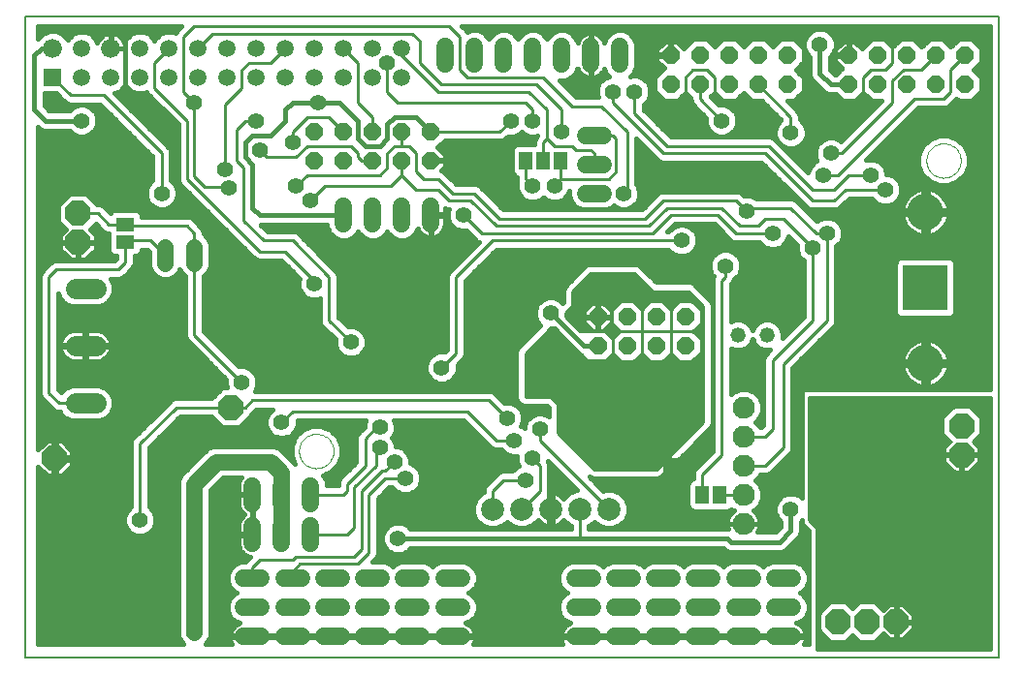
<source format=gbl>
G75*
G70*
%OFA0B0*%
%FSLAX24Y24*%
%IPPOS*%
%LPD*%
%AMOC8*
5,1,8,0,0,1.08239X$1,22.5*
%
%ADD10C,0.0600*%
%ADD11C,0.0787*%
%ADD12C,0.0760*%
%ADD13OC8,0.0850*%
%ADD14C,0.0050*%
%ADD15R,0.0594X0.0594*%
%ADD16C,0.0660*%
%ADD17C,0.0594*%
%ADD18C,0.0000*%
%ADD19R,0.0460X0.0630*%
%ADD20C,0.0520*%
%ADD21R,0.0630X0.0460*%
%ADD22OC8,0.0600*%
%ADD23R,0.1560X0.1560*%
%ADD24C,0.1250*%
%ADD25C,0.0560*%
%ADD26C,0.0705*%
%ADD27C,0.0560*%
%ADD28C,0.0100*%
%ADD29C,0.0160*%
D10*
X008000Y002782D02*
X008600Y002782D01*
X009375Y002782D02*
X009975Y002782D01*
X010750Y002782D02*
X011350Y002782D01*
X012125Y002782D02*
X012725Y002782D01*
X013500Y002782D02*
X014100Y002782D01*
X014875Y002782D02*
X015475Y002782D01*
X015475Y003782D02*
X014875Y003782D01*
X014100Y003782D02*
X013500Y003782D01*
X012725Y003782D02*
X012125Y003782D01*
X011350Y003782D02*
X010750Y003782D01*
X009975Y003782D02*
X009375Y003782D01*
X008600Y003782D02*
X008000Y003782D01*
X008000Y004782D02*
X008600Y004782D01*
X009375Y004782D02*
X009975Y004782D01*
X010750Y004782D02*
X011350Y004782D01*
X012125Y004782D02*
X012725Y004782D01*
X013500Y004782D02*
X014100Y004782D01*
X014875Y004782D02*
X015475Y004782D01*
X019375Y004782D02*
X019975Y004782D01*
X020750Y004782D02*
X021350Y004782D01*
X022125Y004782D02*
X022725Y004782D01*
X023500Y004782D02*
X024100Y004782D01*
X024875Y004782D02*
X025475Y004782D01*
X026250Y004782D02*
X026850Y004782D01*
X026850Y003782D02*
X026250Y003782D01*
X025475Y003782D02*
X024875Y003782D01*
X024100Y003782D02*
X023500Y003782D01*
X022725Y003782D02*
X022125Y003782D01*
X021350Y003782D02*
X020750Y003782D01*
X019975Y003782D02*
X019375Y003782D01*
X019375Y002782D02*
X019975Y002782D01*
X020750Y002782D02*
X021350Y002782D01*
X022125Y002782D02*
X022725Y002782D01*
X023500Y002782D02*
X024100Y002782D01*
X024875Y002782D02*
X025475Y002782D01*
X026250Y002782D02*
X026850Y002782D01*
X010300Y005982D02*
X010300Y006582D01*
X010300Y007357D02*
X010300Y007957D01*
X009300Y007957D02*
X009300Y007357D01*
X009300Y006582D02*
X009300Y005982D01*
X008300Y005982D02*
X008300Y006582D01*
X008300Y007357D02*
X008300Y007957D01*
X011425Y016982D02*
X011425Y017582D01*
X012425Y017582D02*
X012425Y016982D01*
X013425Y016982D02*
X013425Y017582D01*
X014425Y017582D02*
X014425Y016982D01*
X019750Y018032D02*
X020350Y018032D01*
X020350Y019032D02*
X019750Y019032D01*
X019750Y020032D02*
X020350Y020032D01*
X019925Y022482D02*
X019925Y023082D01*
X018925Y023082D02*
X018925Y022482D01*
X017925Y022482D02*
X017925Y023082D01*
X016925Y023082D02*
X016925Y022482D01*
X015925Y022482D02*
X015925Y023082D01*
X014925Y023082D02*
X014925Y022482D01*
X020925Y022482D02*
X020925Y023082D01*
D11*
X020550Y007157D03*
X019550Y007157D03*
X018550Y007157D03*
X017550Y007157D03*
X016550Y007157D03*
D12*
X025175Y007657D03*
X025175Y008657D03*
X025175Y009657D03*
X025175Y010657D03*
X025175Y006657D03*
D13*
X028425Y003282D03*
X029425Y003282D03*
X030425Y003282D03*
X032675Y009032D03*
X032675Y010032D03*
X007550Y010657D03*
X001488Y008907D03*
X002300Y016344D03*
X002300Y017344D03*
D14*
X000480Y024108D02*
X000480Y002061D01*
X033945Y002061D01*
X033945Y024108D01*
X000480Y024108D01*
D15*
X001425Y022032D03*
D16*
X001425Y023032D03*
X003425Y023032D03*
D17*
X004425Y023032D03*
X005425Y023032D03*
X006425Y023032D03*
X007425Y023032D03*
X008425Y023032D03*
X009425Y023032D03*
X010425Y023032D03*
X011425Y023032D03*
X012425Y023032D03*
X013425Y023032D03*
X013425Y022032D03*
X012425Y022032D03*
X011425Y022032D03*
X010425Y022032D03*
X009425Y022032D03*
X008425Y022032D03*
X007425Y022032D03*
X006425Y022032D03*
X005425Y022032D03*
X004425Y022032D03*
X003425Y022032D03*
X002425Y022032D03*
X002425Y023032D03*
D18*
X009897Y009157D02*
X009899Y009205D01*
X009905Y009253D01*
X009915Y009300D01*
X009928Y009346D01*
X009946Y009391D01*
X009966Y009435D01*
X009991Y009477D01*
X010019Y009516D01*
X010049Y009553D01*
X010083Y009587D01*
X010120Y009619D01*
X010158Y009648D01*
X010199Y009673D01*
X010242Y009695D01*
X010287Y009713D01*
X010333Y009727D01*
X010380Y009738D01*
X010428Y009745D01*
X010476Y009748D01*
X010524Y009747D01*
X010572Y009742D01*
X010620Y009733D01*
X010666Y009721D01*
X010711Y009704D01*
X010755Y009684D01*
X010797Y009661D01*
X010837Y009634D01*
X010875Y009604D01*
X010910Y009571D01*
X010942Y009535D01*
X010972Y009497D01*
X010998Y009456D01*
X011020Y009413D01*
X011040Y009369D01*
X011055Y009324D01*
X011067Y009277D01*
X011075Y009229D01*
X011079Y009181D01*
X011079Y009133D01*
X011075Y009085D01*
X011067Y009037D01*
X011055Y008990D01*
X011040Y008945D01*
X011020Y008901D01*
X010998Y008858D01*
X010972Y008817D01*
X010942Y008779D01*
X010910Y008743D01*
X010875Y008710D01*
X010837Y008680D01*
X010797Y008653D01*
X010755Y008630D01*
X010711Y008610D01*
X010666Y008593D01*
X010620Y008581D01*
X010572Y008572D01*
X010524Y008567D01*
X010476Y008566D01*
X010428Y008569D01*
X010380Y008576D01*
X010333Y008587D01*
X010287Y008601D01*
X010242Y008619D01*
X010199Y008641D01*
X010158Y008666D01*
X010120Y008695D01*
X010083Y008727D01*
X010049Y008761D01*
X010019Y008798D01*
X009991Y008837D01*
X009966Y008879D01*
X009946Y008923D01*
X009928Y008968D01*
X009915Y009014D01*
X009905Y009061D01*
X009899Y009109D01*
X009897Y009157D01*
X031459Y019157D02*
X031461Y019205D01*
X031467Y019253D01*
X031477Y019300D01*
X031490Y019346D01*
X031508Y019391D01*
X031528Y019435D01*
X031553Y019477D01*
X031581Y019516D01*
X031611Y019553D01*
X031645Y019587D01*
X031682Y019619D01*
X031720Y019648D01*
X031761Y019673D01*
X031804Y019695D01*
X031849Y019713D01*
X031895Y019727D01*
X031942Y019738D01*
X031990Y019745D01*
X032038Y019748D01*
X032086Y019747D01*
X032134Y019742D01*
X032182Y019733D01*
X032228Y019721D01*
X032273Y019704D01*
X032317Y019684D01*
X032359Y019661D01*
X032399Y019634D01*
X032437Y019604D01*
X032472Y019571D01*
X032504Y019535D01*
X032534Y019497D01*
X032560Y019456D01*
X032582Y019413D01*
X032602Y019369D01*
X032617Y019324D01*
X032629Y019277D01*
X032637Y019229D01*
X032641Y019181D01*
X032641Y019133D01*
X032637Y019085D01*
X032629Y019037D01*
X032617Y018990D01*
X032602Y018945D01*
X032582Y018901D01*
X032560Y018858D01*
X032534Y018817D01*
X032504Y018779D01*
X032472Y018743D01*
X032437Y018710D01*
X032399Y018680D01*
X032359Y018653D01*
X032317Y018630D01*
X032273Y018610D01*
X032228Y018593D01*
X032182Y018581D01*
X032134Y018572D01*
X032086Y018567D01*
X032038Y018566D01*
X031990Y018569D01*
X031942Y018576D01*
X031895Y018587D01*
X031849Y018601D01*
X031804Y018619D01*
X031761Y018641D01*
X031720Y018666D01*
X031682Y018695D01*
X031645Y018727D01*
X031611Y018761D01*
X031581Y018798D01*
X031553Y018837D01*
X031528Y018879D01*
X031508Y018923D01*
X031490Y018968D01*
X031477Y019014D01*
X031467Y019061D01*
X031461Y019109D01*
X031459Y019157D01*
D19*
X018900Y019157D03*
X018300Y019157D03*
X017700Y019157D03*
X023750Y007657D03*
X024350Y007657D03*
D20*
X024988Y013157D03*
X025988Y013157D03*
D21*
X003925Y016357D03*
X003925Y016957D03*
D22*
X010425Y019157D03*
X011425Y019157D03*
X012425Y019157D03*
X013425Y019157D03*
X014425Y019157D03*
X014425Y020157D03*
X013425Y020157D03*
X012425Y020157D03*
X011425Y020157D03*
X010425Y020157D03*
X020175Y013782D03*
X021175Y013782D03*
X022175Y013782D03*
X023175Y013782D03*
X023175Y012782D03*
X022175Y012782D03*
X021175Y012782D03*
X020175Y012782D03*
X022675Y021782D03*
X023675Y021782D03*
X024675Y021782D03*
X025675Y021782D03*
X026675Y021782D03*
X026675Y022782D03*
X025675Y022782D03*
X024675Y022782D03*
X023675Y022782D03*
X022675Y022782D03*
X028800Y022782D03*
X029800Y022782D03*
X030800Y022782D03*
X031800Y022782D03*
X032800Y022782D03*
X032800Y021782D03*
X031800Y021782D03*
X030800Y021782D03*
X029800Y021782D03*
X028800Y021782D03*
D23*
X031425Y014782D03*
D24*
X031425Y017382D03*
X031425Y012182D03*
D25*
X009300Y008407D02*
X009300Y007657D01*
X009300Y006282D01*
X009300Y008407D02*
X008925Y008782D01*
X007050Y008782D01*
X006300Y008032D01*
X006300Y002907D01*
X006300Y015627D02*
X006300Y016187D01*
X005300Y016187D02*
X005300Y015627D01*
D26*
X002910Y014750D02*
X002205Y014750D01*
X002205Y012782D02*
X002910Y012782D01*
X002910Y010813D02*
X002205Y010813D01*
D27*
X004425Y006782D03*
X007175Y004657D03*
X006300Y002907D03*
X007300Y002782D03*
X013300Y006157D03*
X013550Y008219D03*
X013175Y008782D03*
X012675Y009282D03*
X012675Y009969D03*
X014800Y012032D03*
X017050Y010282D03*
X017300Y009532D03*
X017925Y008907D03*
X017675Y008157D03*
X018175Y009907D03*
X019050Y011532D03*
X018550Y013907D03*
X022050Y011907D03*
X025300Y011907D03*
X024550Y015532D03*
X025425Y015907D03*
X026175Y016657D03*
X025300Y017407D03*
X027550Y016157D03*
X028050Y016657D03*
X030050Y018157D03*
X029550Y018657D03*
X028175Y019407D03*
X027925Y018657D03*
X026800Y020125D03*
X024425Y020532D03*
X021425Y021532D03*
X020675Y021532D03*
X018925Y020157D03*
X017925Y020532D03*
X017175Y020532D03*
X017925Y018282D03*
X018675Y018282D03*
X021050Y018032D03*
X023050Y016407D03*
X015550Y017282D03*
X010550Y016657D03*
X010300Y017782D03*
X009800Y018282D03*
X008550Y019532D03*
X008425Y020532D03*
X009675Y019782D03*
X010549Y021157D03*
X012925Y022532D03*
X007363Y018844D03*
X007488Y018219D03*
X005175Y018032D03*
X002425Y020532D03*
X001425Y021157D03*
X001175Y018657D03*
X006300Y021157D03*
X010425Y014907D03*
X011675Y012907D03*
X009300Y010157D03*
X008550Y009657D03*
X007925Y011532D03*
X022925Y006782D03*
X026800Y007157D03*
X027800Y023157D03*
D28*
X029300Y022032D02*
X029550Y022282D01*
X030050Y022282D01*
X030300Y022532D01*
X030300Y023532D01*
X030675Y022282D02*
X031300Y022282D01*
X031800Y022782D01*
X032300Y022282D02*
X032800Y022782D01*
X032300Y022282D02*
X032300Y021532D01*
X032050Y021282D01*
X031050Y021282D01*
X028425Y018657D01*
X027925Y018657D01*
X027550Y018157D02*
X026050Y019657D01*
X022550Y019657D01*
X021425Y020782D01*
X021425Y021532D01*
X020675Y021532D02*
X020675Y021157D01*
X022425Y019407D01*
X025925Y019407D01*
X027550Y017782D01*
X028300Y017782D01*
X028675Y018157D01*
X030050Y018157D01*
X029550Y018657D02*
X028800Y018657D01*
X028300Y018157D01*
X027550Y018157D01*
X026800Y017532D02*
X025425Y017532D01*
X025300Y017407D01*
X024925Y017782D01*
X022425Y017782D01*
X021800Y017157D01*
X016800Y017157D01*
X015925Y018032D01*
X015175Y018032D01*
X014675Y018532D01*
X014175Y018532D01*
X013925Y018782D01*
X013925Y019407D01*
X013675Y019657D01*
X013425Y019657D01*
X013175Y019657D01*
X012925Y019407D01*
X012925Y018907D01*
X012675Y018657D01*
X010175Y018657D01*
X009800Y018282D01*
X010300Y017782D02*
X010800Y018282D01*
X013050Y018282D01*
X013425Y018657D01*
X013925Y018157D01*
X014675Y018157D01*
X015050Y017782D01*
X015800Y017782D01*
X016675Y016907D01*
X021925Y016907D01*
X022550Y017532D01*
X024425Y017532D01*
X025050Y016907D01*
X025675Y016907D01*
X025925Y017157D01*
X026550Y017157D01*
X027550Y016157D01*
X027550Y013657D01*
X026175Y012282D01*
X026175Y009907D01*
X025925Y009657D01*
X025175Y009657D01*
X024425Y009032D02*
X024425Y015032D01*
X024550Y015157D01*
X024550Y015532D01*
X023514Y014443D02*
X019300Y014443D01*
X019300Y014541D02*
X023415Y014541D01*
X023317Y014640D02*
X019300Y014640D01*
X019300Y014657D02*
X019925Y015282D01*
X021425Y015282D01*
X022050Y014657D01*
X023300Y014657D01*
X023800Y014157D01*
X023800Y010157D01*
X022800Y009157D01*
X022767Y009124D02*
X019458Y009124D01*
X019359Y009222D02*
X022866Y009222D01*
X022964Y009321D02*
X019261Y009321D01*
X019162Y009419D02*
X023063Y009419D01*
X023161Y009518D02*
X019064Y009518D01*
X018965Y009616D02*
X023260Y009616D01*
X023358Y009715D02*
X018867Y009715D01*
X018800Y009782D02*
X018800Y010782D01*
X018550Y011032D01*
X017675Y011032D01*
X017675Y012532D01*
X018540Y013397D01*
X018622Y013397D01*
X019412Y012606D01*
X019499Y012519D01*
X019608Y012474D01*
X019800Y012282D01*
X019925Y012282D01*
X019955Y012252D01*
X020395Y012252D01*
X020425Y012282D01*
X020675Y012532D01*
X020955Y012252D01*
X021395Y012252D01*
X021675Y012532D01*
X021955Y012252D01*
X022395Y012252D01*
X022675Y012532D01*
X022955Y012252D01*
X023395Y012252D01*
X023705Y012562D01*
X023705Y013001D01*
X023425Y013282D01*
X023705Y013562D01*
X023705Y014001D01*
X023395Y014312D01*
X022955Y014312D01*
X022675Y014031D01*
X022395Y014312D01*
X021955Y014312D01*
X021675Y014031D01*
X021395Y014312D01*
X020955Y014312D01*
X020645Y014001D01*
X020645Y013562D01*
X020925Y013282D01*
X020675Y013031D01*
X020675Y013032D01*
X020425Y013282D01*
X020425Y013282D01*
X020675Y013032D01*
X020675Y012532D01*
X020675Y012532D01*
X020425Y012282D01*
X020425Y012282D01*
X019800Y012282D01*
X018675Y013407D01*
X018550Y013407D01*
X017675Y012532D01*
X017675Y011032D01*
X018550Y011032D01*
X018800Y010782D01*
X018800Y009782D01*
X020050Y008532D01*
X018800Y009782D01*
X018800Y009813D02*
X023457Y009813D01*
X023555Y009912D02*
X018800Y009912D01*
X018800Y010010D02*
X023654Y010010D01*
X023752Y010109D02*
X018800Y010109D01*
X018800Y010207D02*
X023800Y010207D01*
X023800Y010157D02*
X022175Y008532D01*
X020050Y008532D01*
X022175Y008532D01*
X022176Y008533D02*
X020049Y008533D01*
X019950Y008631D02*
X022275Y008631D01*
X022373Y008730D02*
X019852Y008730D01*
X019753Y008828D02*
X022472Y008828D01*
X022570Y008927D02*
X019655Y008927D01*
X019556Y009025D02*
X022669Y009025D01*
X023750Y008357D02*
X024425Y009032D01*
X025175Y008657D02*
X025925Y008657D01*
X026550Y009282D01*
X026550Y012157D01*
X028050Y013657D01*
X028050Y016657D01*
X027675Y016657D01*
X026800Y017532D01*
X026175Y016657D02*
X024925Y016657D01*
X024300Y017282D01*
X022675Y017282D01*
X022050Y016657D01*
X016175Y016657D01*
X015550Y017282D01*
X016550Y016407D02*
X023050Y016407D01*
X021574Y015132D02*
X019776Y015132D01*
X019874Y015231D02*
X021476Y015231D01*
X021425Y015282D02*
X019925Y015282D01*
X019300Y014657D01*
X019300Y014157D01*
X019060Y013917D01*
X019060Y013835D01*
X019613Y013282D01*
X019925Y013282D01*
X019955Y013312D01*
X020395Y013312D01*
X020425Y013282D01*
X019550Y013282D01*
X019050Y013782D01*
X019050Y013907D01*
X019300Y014157D01*
X019300Y014657D01*
X019382Y014738D02*
X021968Y014738D01*
X022050Y014657D02*
X021425Y015282D01*
X021673Y015034D02*
X019677Y015034D01*
X019579Y014935D02*
X021771Y014935D01*
X021870Y014837D02*
X019480Y014837D01*
X019300Y014344D02*
X023612Y014344D01*
X023711Y014246D02*
X023461Y014246D01*
X023559Y014147D02*
X023800Y014147D01*
X023800Y014157D02*
X023300Y014657D01*
X022050Y014657D01*
X021889Y014246D02*
X021461Y014246D01*
X021559Y014147D02*
X021791Y014147D01*
X021692Y014049D02*
X021658Y014049D01*
X021675Y014282D02*
X021675Y012282D01*
X021517Y012374D02*
X021833Y012374D01*
X021931Y012276D02*
X021419Y012276D01*
X021616Y012473D02*
X021734Y012473D01*
X022419Y012276D02*
X022931Y012276D01*
X022833Y012374D02*
X022517Y012374D01*
X022616Y012473D02*
X022734Y012473D01*
X022675Y012282D02*
X022675Y014282D01*
X022559Y014147D02*
X022791Y014147D01*
X022692Y014049D02*
X022658Y014049D01*
X022461Y014246D02*
X022889Y014246D01*
X023658Y014049D02*
X023800Y014049D01*
X023800Y013950D02*
X023705Y013950D01*
X023705Y013852D02*
X023800Y013852D01*
X023800Y013753D02*
X023705Y013753D01*
X023705Y013655D02*
X023800Y013655D01*
X023800Y013556D02*
X023699Y013556D01*
X023601Y013458D02*
X023800Y013458D01*
X023800Y013359D02*
X023502Y013359D01*
X023550Y013282D02*
X020800Y013282D01*
X020848Y013359D02*
X020389Y013359D01*
X020361Y013332D02*
X020625Y013595D01*
X020625Y013732D01*
X020225Y013732D01*
X020225Y013832D01*
X020125Y013832D01*
X020125Y014232D01*
X019989Y014232D01*
X019725Y013968D01*
X019725Y013832D01*
X020125Y013832D01*
X020125Y013732D01*
X019725Y013732D01*
X019725Y013595D01*
X019989Y013332D01*
X020125Y013332D01*
X020125Y013732D01*
X020225Y013732D01*
X020225Y013332D01*
X020361Y013332D01*
X020446Y013261D02*
X020904Y013261D01*
X020806Y013162D02*
X020544Y013162D01*
X020643Y013064D02*
X020707Y013064D01*
X020749Y013458D02*
X020487Y013458D01*
X020586Y013556D02*
X020651Y013556D01*
X020645Y013655D02*
X020625Y013655D01*
X020645Y013753D02*
X020225Y013753D01*
X020225Y013832D02*
X020625Y013832D01*
X020625Y013968D01*
X020361Y014232D01*
X020225Y014232D01*
X020225Y013832D01*
X020225Y013852D02*
X020125Y013852D01*
X020125Y013950D02*
X020225Y013950D01*
X020225Y014049D02*
X020125Y014049D01*
X020125Y014147D02*
X020225Y014147D01*
X020446Y014147D02*
X020791Y014147D01*
X020692Y014049D02*
X020544Y014049D01*
X020625Y013950D02*
X020645Y013950D01*
X020645Y013852D02*
X020625Y013852D01*
X020225Y013655D02*
X020125Y013655D01*
X020125Y013753D02*
X019142Y013753D01*
X019060Y013852D02*
X019725Y013852D01*
X019725Y013950D02*
X019094Y013950D01*
X019192Y014049D02*
X019806Y014049D01*
X019904Y014147D02*
X019291Y014147D01*
X019300Y014246D02*
X020889Y014246D01*
X020225Y013556D02*
X020125Y013556D01*
X020125Y013458D02*
X020225Y013458D01*
X020225Y013359D02*
X020125Y013359D01*
X019961Y013359D02*
X019536Y013359D01*
X019437Y013458D02*
X019863Y013458D01*
X019764Y013556D02*
X019339Y013556D01*
X019240Y013655D02*
X019725Y013655D01*
X018955Y013064D02*
X018207Y013064D01*
X018306Y013162D02*
X018856Y013162D01*
X018758Y013261D02*
X018404Y013261D01*
X018503Y013359D02*
X018659Y013359D01*
X019053Y012965D02*
X018109Y012965D01*
X018010Y012867D02*
X019152Y012867D01*
X019250Y012768D02*
X017912Y012768D01*
X017813Y012670D02*
X019349Y012670D01*
X019447Y012571D02*
X017715Y012571D01*
X017675Y012473D02*
X019609Y012473D01*
X019707Y012374D02*
X017675Y012374D01*
X017675Y012276D02*
X019931Y012276D01*
X020419Y012276D02*
X020931Y012276D01*
X020833Y012374D02*
X020518Y012374D01*
X020616Y012473D02*
X020734Y012473D01*
X018783Y010798D02*
X023800Y010798D01*
X023800Y010700D02*
X018800Y010700D01*
X018800Y010601D02*
X023800Y010601D01*
X023800Y010503D02*
X018800Y010503D01*
X018800Y010404D02*
X023800Y010404D01*
X023800Y010306D02*
X018800Y010306D01*
X018685Y010897D02*
X023800Y010897D01*
X023800Y010995D02*
X018586Y010995D01*
X017675Y011094D02*
X023800Y011094D01*
X023800Y011192D02*
X017675Y011192D01*
X017675Y011291D02*
X023800Y011291D01*
X023800Y011389D02*
X017675Y011389D01*
X017675Y011488D02*
X023800Y011488D01*
X023800Y011586D02*
X017675Y011586D01*
X017675Y011685D02*
X023800Y011685D01*
X023800Y011783D02*
X017675Y011783D01*
X017675Y011882D02*
X023800Y011882D01*
X023800Y011980D02*
X017675Y011980D01*
X017675Y012079D02*
X023800Y012079D01*
X023800Y012177D02*
X017675Y012177D01*
X016425Y010907D02*
X008300Y010907D01*
X008050Y010657D01*
X007550Y010657D01*
X005675Y010657D01*
X004425Y009407D01*
X004425Y006782D01*
X008300Y005157D02*
X008300Y004782D01*
X008300Y005157D02*
X008550Y005407D01*
X009675Y005407D01*
X009800Y005532D01*
X011800Y005532D01*
X012050Y005782D01*
X012050Y007782D01*
X012738Y008469D01*
X012863Y008469D01*
X013175Y008782D01*
X012550Y008657D02*
X012550Y009157D01*
X012675Y009282D01*
X012175Y009594D02*
X012175Y008657D01*
X011550Y008032D01*
X011550Y007782D01*
X011425Y007657D01*
X010300Y007657D01*
X011800Y007907D02*
X011800Y006532D01*
X011550Y006282D01*
X010300Y006282D01*
X009925Y005282D02*
X009675Y005032D01*
X009675Y004782D01*
X009925Y005282D02*
X011925Y005282D01*
X012300Y005657D01*
X012300Y007657D01*
X012863Y008219D01*
X013550Y008219D01*
X012550Y008657D02*
X011800Y007907D01*
X012175Y009594D02*
X012550Y009969D01*
X012675Y009969D01*
X014800Y012032D02*
X015300Y012532D01*
X015300Y015157D01*
X016550Y016407D01*
X017925Y018282D02*
X017700Y018507D01*
X017700Y019157D01*
X018300Y019157D02*
X018300Y019782D01*
X018425Y019907D01*
X018675Y019657D01*
X019300Y019657D01*
X019425Y019532D01*
X019925Y019532D01*
X020050Y019407D01*
X020050Y019032D01*
X020550Y018532D02*
X018900Y018532D01*
X018900Y018507D01*
X018675Y018282D01*
X018900Y018532D02*
X018900Y019157D01*
X018425Y019907D02*
X018425Y020907D01*
X017800Y021532D01*
X014675Y021532D01*
X013425Y022782D01*
X013425Y023032D01*
X013800Y023532D02*
X014050Y023282D01*
X014050Y022532D01*
X014800Y021782D01*
X018050Y021782D01*
X018925Y020907D01*
X018925Y020157D01*
X019300Y021032D02*
X020300Y021032D01*
X021175Y020157D01*
X021175Y018157D01*
X021050Y018032D01*
X020550Y018532D02*
X020800Y018782D01*
X020800Y019907D01*
X020675Y020032D01*
X020050Y020032D01*
X019300Y021032D02*
X018300Y022032D01*
X015675Y022032D01*
X015425Y022282D01*
X015425Y023407D01*
X015050Y023782D01*
X006300Y023782D01*
X005925Y023407D01*
X005925Y021532D01*
X006300Y021157D01*
X006300Y018606D01*
X006651Y018255D01*
X007452Y018255D01*
X007488Y018219D01*
X007363Y018844D02*
X007363Y021094D01*
X007925Y021657D01*
X007925Y022282D01*
X008175Y022532D01*
X008925Y022532D01*
X009425Y023032D01*
X011425Y023032D02*
X011925Y022532D01*
X011925Y021157D01*
X012425Y020657D01*
X012425Y020157D01*
X011675Y019657D02*
X010175Y019657D01*
X009800Y019282D01*
X008800Y019282D01*
X008550Y019532D01*
X007988Y018907D02*
X007738Y019157D01*
X007738Y020219D01*
X008050Y020532D01*
X008425Y020532D01*
X009675Y020157D02*
X009675Y019782D01*
X009675Y020157D02*
X010175Y020657D01*
X010925Y020657D01*
X011425Y020157D01*
X011675Y019657D02*
X011925Y019407D01*
X011925Y019282D01*
X012050Y019157D01*
X012425Y019157D01*
X013425Y019157D02*
X013425Y018657D01*
X013425Y019657D02*
X013425Y020157D01*
X014425Y020157D02*
X016800Y020157D01*
X017175Y020532D01*
X017925Y020532D02*
X017925Y020907D01*
X017675Y021157D01*
X013300Y021157D01*
X012925Y021532D01*
X012925Y022532D01*
X013800Y023532D02*
X006925Y023532D01*
X006425Y023032D01*
X005425Y023032D02*
X004925Y022532D01*
X004925Y021657D01*
X006050Y020532D01*
X006050Y018532D01*
X008550Y016032D01*
X009425Y016032D01*
X010425Y015032D01*
X010425Y014907D01*
X010925Y015157D02*
X009675Y016407D01*
X008675Y016407D01*
X007988Y017094D01*
X007988Y018907D01*
X006050Y016907D02*
X006300Y016657D01*
X006300Y015907D01*
X006300Y013157D01*
X007925Y011532D01*
X009300Y010157D02*
X009675Y010532D01*
X015675Y010532D01*
X016675Y009532D01*
X017300Y009532D01*
X017925Y008907D02*
X018175Y008657D01*
X018175Y007782D01*
X017550Y007157D01*
X016550Y007157D02*
X016550Y007782D01*
X016925Y008157D01*
X017675Y008157D01*
X018175Y009532D02*
X018175Y009907D01*
X018175Y009532D02*
X020550Y007157D01*
X019550Y007157D02*
X019550Y006157D01*
X023750Y007657D02*
X023750Y008357D01*
X024350Y007657D02*
X025175Y007657D01*
X027425Y007646D02*
X033675Y007646D01*
X033675Y007548D02*
X027425Y007548D01*
X027425Y007449D02*
X033675Y007449D01*
X033675Y007351D02*
X027425Y007351D01*
X027425Y007252D02*
X033675Y007252D01*
X033675Y007154D02*
X027425Y007154D01*
X027425Y007055D02*
X033675Y007055D01*
X033675Y006957D02*
X027425Y006957D01*
X027425Y006858D02*
X033675Y006858D01*
X033675Y006760D02*
X027447Y006760D01*
X027425Y006782D02*
X027425Y011032D01*
X033675Y011032D01*
X033675Y002316D01*
X027675Y002316D01*
X027675Y006532D01*
X027425Y006782D01*
X027545Y006661D02*
X033675Y006661D01*
X033675Y006563D02*
X027644Y006563D01*
X027675Y006464D02*
X033675Y006464D01*
X033675Y006366D02*
X027675Y006366D01*
X027675Y006267D02*
X033675Y006267D01*
X033675Y006169D02*
X027675Y006169D01*
X027675Y006070D02*
X033675Y006070D01*
X033675Y005972D02*
X027675Y005972D01*
X027675Y005873D02*
X033675Y005873D01*
X033675Y005775D02*
X027675Y005775D01*
X027675Y005676D02*
X033675Y005676D01*
X033675Y005578D02*
X027675Y005578D01*
X027675Y005479D02*
X033675Y005479D01*
X033675Y005381D02*
X027675Y005381D01*
X027675Y005282D02*
X033675Y005282D01*
X033675Y005184D02*
X027675Y005184D01*
X027675Y005085D02*
X033675Y005085D01*
X033675Y004987D02*
X027675Y004987D01*
X027675Y004888D02*
X033675Y004888D01*
X033675Y004790D02*
X027675Y004790D01*
X027675Y004691D02*
X033675Y004691D01*
X033675Y004593D02*
X027675Y004593D01*
X027675Y004494D02*
X033675Y004494D01*
X033675Y004396D02*
X027675Y004396D01*
X027675Y004297D02*
X033675Y004297D01*
X033675Y004199D02*
X027675Y004199D01*
X027675Y004100D02*
X033675Y004100D01*
X033675Y004002D02*
X027675Y004002D01*
X027675Y003903D02*
X028120Y003903D01*
X028154Y003937D02*
X027770Y003553D01*
X027770Y003010D01*
X028154Y002627D01*
X028696Y002627D01*
X028925Y002855D01*
X029154Y002627D01*
X029696Y002627D01*
X029982Y002912D01*
X030187Y002707D01*
X030375Y002707D01*
X030375Y003232D01*
X030475Y003232D01*
X030475Y003332D01*
X030375Y003332D01*
X030375Y003857D01*
X030187Y003857D01*
X029982Y003651D01*
X029696Y003937D01*
X029154Y003937D01*
X028925Y003708D01*
X028696Y003937D01*
X028154Y003937D01*
X028022Y003805D02*
X027675Y003805D01*
X027675Y003706D02*
X027923Y003706D01*
X027825Y003608D02*
X027675Y003608D01*
X027675Y003509D02*
X027770Y003509D01*
X027770Y003411D02*
X027675Y003411D01*
X027675Y003312D02*
X027770Y003312D01*
X027770Y003214D02*
X027675Y003214D01*
X027675Y003115D02*
X027770Y003115D01*
X027770Y003017D02*
X027675Y003017D01*
X027675Y002918D02*
X027862Y002918D01*
X027961Y002820D02*
X027675Y002820D01*
X027675Y002721D02*
X028059Y002721D01*
X027675Y002623D02*
X033675Y002623D01*
X033675Y002721D02*
X030678Y002721D01*
X030663Y002707D02*
X031000Y003043D01*
X031000Y003232D01*
X030475Y003232D01*
X030475Y002707D01*
X030663Y002707D01*
X030776Y002820D02*
X033675Y002820D01*
X033675Y002918D02*
X030875Y002918D01*
X030973Y003017D02*
X033675Y003017D01*
X033675Y003115D02*
X031000Y003115D01*
X031000Y003214D02*
X033675Y003214D01*
X033675Y003312D02*
X030475Y003312D01*
X030475Y003332D02*
X031000Y003332D01*
X031000Y003520D01*
X030663Y003857D01*
X030475Y003857D01*
X030475Y003332D01*
X030475Y003411D02*
X030375Y003411D01*
X030375Y003509D02*
X030475Y003509D01*
X030475Y003608D02*
X030375Y003608D01*
X030375Y003706D02*
X030475Y003706D01*
X030475Y003805D02*
X030375Y003805D01*
X030135Y003805D02*
X029828Y003805D01*
X029730Y003903D02*
X033675Y003903D01*
X033675Y003805D02*
X030715Y003805D01*
X030814Y003706D02*
X033675Y003706D01*
X033675Y003608D02*
X030912Y003608D01*
X031000Y003509D02*
X033675Y003509D01*
X033675Y003411D02*
X031000Y003411D01*
X030475Y003214D02*
X030375Y003214D01*
X030375Y003115D02*
X030475Y003115D01*
X030475Y003017D02*
X030375Y003017D01*
X030375Y002918D02*
X030475Y002918D01*
X030475Y002820D02*
X030375Y002820D01*
X030375Y002721D02*
X030475Y002721D01*
X030172Y002721D02*
X029791Y002721D01*
X029889Y002820D02*
X030074Y002820D01*
X029059Y002721D02*
X028791Y002721D01*
X028889Y002820D02*
X028961Y002820D01*
X029022Y003805D02*
X028828Y003805D01*
X028730Y003903D02*
X029120Y003903D01*
X029927Y003706D02*
X030036Y003706D01*
X027675Y002524D02*
X033675Y002524D01*
X033675Y002426D02*
X027675Y002426D01*
X027675Y002327D02*
X033675Y002327D01*
X033675Y007745D02*
X027425Y007745D01*
X027425Y007843D02*
X033675Y007843D01*
X033675Y007942D02*
X027425Y007942D01*
X027425Y008040D02*
X033675Y008040D01*
X033675Y008139D02*
X027425Y008139D01*
X027425Y008237D02*
X033675Y008237D01*
X033675Y008336D02*
X027425Y008336D01*
X027425Y008434D02*
X033675Y008434D01*
X033675Y008533D02*
X032989Y008533D01*
X032913Y008457D02*
X033250Y008793D01*
X033250Y008982D01*
X032725Y008982D01*
X032725Y009082D01*
X033250Y009082D01*
X033250Y009270D01*
X033045Y009475D01*
X033330Y009760D01*
X033330Y010303D01*
X032946Y010687D01*
X032404Y010687D01*
X032020Y010303D01*
X032020Y009760D01*
X032305Y009475D01*
X032100Y009270D01*
X032100Y009082D01*
X032625Y009082D01*
X032625Y008982D01*
X032100Y008982D01*
X032100Y008793D01*
X032437Y008457D01*
X032625Y008457D01*
X032625Y008982D01*
X032725Y008982D01*
X032725Y008457D01*
X032913Y008457D01*
X032725Y008533D02*
X032625Y008533D01*
X032625Y008631D02*
X032725Y008631D01*
X032725Y008730D02*
X032625Y008730D01*
X032625Y008828D02*
X032725Y008828D01*
X032725Y008927D02*
X032625Y008927D01*
X032625Y009025D02*
X027425Y009025D01*
X027425Y008927D02*
X032100Y008927D01*
X032100Y008828D02*
X027425Y008828D01*
X027425Y008730D02*
X032164Y008730D01*
X032262Y008631D02*
X027425Y008631D01*
X027425Y008533D02*
X032361Y008533D01*
X032725Y009025D02*
X033675Y009025D01*
X033675Y008927D02*
X033250Y008927D01*
X033250Y008828D02*
X033675Y008828D01*
X033675Y008730D02*
X033186Y008730D01*
X033088Y008631D02*
X033675Y008631D01*
X033675Y009124D02*
X033250Y009124D01*
X033250Y009222D02*
X033675Y009222D01*
X033675Y009321D02*
X033199Y009321D01*
X033101Y009419D02*
X033675Y009419D01*
X033675Y009518D02*
X033087Y009518D01*
X033186Y009616D02*
X033675Y009616D01*
X033675Y009715D02*
X033284Y009715D01*
X033330Y009813D02*
X033675Y009813D01*
X033675Y009912D02*
X033330Y009912D01*
X033330Y010010D02*
X033675Y010010D01*
X033675Y010109D02*
X033330Y010109D01*
X033330Y010207D02*
X033675Y010207D01*
X033675Y010306D02*
X033327Y010306D01*
X033229Y010404D02*
X033675Y010404D01*
X033675Y010503D02*
X033130Y010503D01*
X033032Y010601D02*
X033675Y010601D01*
X033675Y010700D02*
X027425Y010700D01*
X027425Y010798D02*
X033675Y010798D01*
X033675Y010897D02*
X027425Y010897D01*
X027425Y010995D02*
X033675Y010995D01*
X032318Y010601D02*
X027425Y010601D01*
X027425Y010503D02*
X032220Y010503D01*
X032121Y010404D02*
X027425Y010404D01*
X027425Y010306D02*
X032023Y010306D01*
X032020Y010207D02*
X027425Y010207D01*
X027425Y010109D02*
X032020Y010109D01*
X032020Y010010D02*
X027425Y010010D01*
X027425Y009912D02*
X032020Y009912D01*
X032020Y009813D02*
X027425Y009813D01*
X027425Y009715D02*
X032066Y009715D01*
X032164Y009616D02*
X027425Y009616D01*
X027425Y009518D02*
X032263Y009518D01*
X032249Y009419D02*
X027425Y009419D01*
X027425Y009321D02*
X032151Y009321D01*
X032100Y009222D02*
X027425Y009222D01*
X027425Y009124D02*
X032100Y009124D01*
X023800Y010157D02*
X023800Y014157D01*
X023800Y013261D02*
X023446Y013261D01*
X023544Y013162D02*
X023800Y013162D01*
X023800Y013064D02*
X023643Y013064D01*
X023705Y012965D02*
X023800Y012965D01*
X023800Y012867D02*
X023705Y012867D01*
X023705Y012768D02*
X023800Y012768D01*
X023800Y012670D02*
X023705Y012670D01*
X023705Y012571D02*
X023800Y012571D01*
X023800Y012473D02*
X023616Y012473D01*
X023517Y012374D02*
X023800Y012374D01*
X023800Y012276D02*
X023419Y012276D01*
X017050Y010282D02*
X016425Y010907D01*
X011675Y012907D02*
X010925Y013657D01*
X010925Y015157D01*
X006050Y016907D02*
X003975Y016907D01*
X003925Y016957D01*
X003350Y016957D01*
X002988Y017344D01*
X002300Y017344D01*
X003925Y016357D02*
X003925Y015657D01*
X003675Y015407D01*
X001550Y015407D01*
X001300Y015157D01*
X001300Y011157D01*
X001644Y010813D01*
X002558Y010813D01*
X005300Y015907D02*
X004800Y016407D01*
X004225Y016407D01*
X003925Y016357D01*
X005175Y018032D02*
X005175Y019407D01*
X003175Y021407D01*
X002050Y021407D01*
X001425Y022032D01*
X023175Y022032D02*
X023175Y021157D01*
X023675Y021282D02*
X023675Y021782D01*
X023175Y022032D02*
X023425Y022282D01*
X023925Y022282D01*
X024175Y022032D01*
X024175Y021157D01*
X023675Y021282D02*
X024425Y020532D01*
X025675Y021782D02*
X026800Y020657D01*
X026800Y020125D01*
X028175Y019407D02*
X028550Y019407D01*
X030300Y021157D01*
X030300Y021907D01*
X030675Y022282D01*
X029300Y022032D02*
X029300Y021282D01*
D29*
X029179Y021369D02*
X029421Y021369D01*
X029300Y021490D02*
X029568Y021222D01*
X029927Y021222D01*
X028525Y019820D01*
X028481Y019864D01*
X028282Y019947D01*
X028068Y019947D01*
X027869Y019864D01*
X027717Y019712D01*
X027635Y019514D01*
X027635Y019299D01*
X027698Y019147D01*
X027619Y019114D01*
X027467Y018962D01*
X027385Y018764D01*
X027385Y018760D01*
X026313Y019832D01*
X026226Y019919D01*
X026112Y019967D01*
X022678Y019967D01*
X021735Y020910D01*
X021735Y021078D01*
X021883Y021226D01*
X021965Y021424D01*
X021965Y021639D01*
X021883Y021837D01*
X021731Y021989D01*
X021532Y022072D01*
X021318Y022072D01*
X021299Y022064D01*
X021400Y022164D01*
X021485Y022370D01*
X021485Y023193D01*
X021400Y023399D01*
X021242Y023556D01*
X021036Y023642D01*
X020814Y023642D01*
X020608Y023556D01*
X020450Y023399D01*
X020381Y023231D01*
X020370Y023266D01*
X020336Y023333D01*
X020291Y023394D01*
X020238Y023448D01*
X020177Y023492D01*
X020109Y023526D01*
X020037Y023550D01*
X019963Y023562D01*
X019945Y023562D01*
X019945Y022802D01*
X019905Y022802D01*
X019905Y023562D01*
X019887Y023562D01*
X019813Y023550D01*
X019741Y023526D01*
X019673Y023492D01*
X019612Y023448D01*
X019559Y023394D01*
X019514Y023333D01*
X019480Y023266D01*
X019469Y023231D01*
X019400Y023399D01*
X019242Y023556D01*
X019036Y023642D01*
X018814Y023642D01*
X018608Y023556D01*
X018450Y023399D01*
X018425Y023338D01*
X018400Y023399D01*
X018242Y023556D01*
X018036Y023642D01*
X017814Y023642D01*
X017608Y023556D01*
X017450Y023399D01*
X017425Y023338D01*
X017400Y023399D01*
X017242Y023556D01*
X017036Y023642D01*
X016814Y023642D01*
X016608Y023556D01*
X016450Y023399D01*
X016425Y023338D01*
X016400Y023399D01*
X016242Y023556D01*
X016036Y023642D01*
X015814Y023642D01*
X015683Y023587D01*
X015601Y023669D01*
X015488Y023782D01*
X033660Y023782D01*
X033660Y011282D01*
X027175Y011282D01*
X027175Y007545D01*
X027106Y007614D01*
X026907Y007697D01*
X026693Y007697D01*
X026494Y007614D01*
X026342Y007462D01*
X026260Y007264D01*
X026260Y007049D01*
X026342Y006851D01*
X026460Y006733D01*
X026460Y006547D01*
X026284Y006372D01*
X025658Y006372D01*
X025694Y006442D01*
X025721Y006525D01*
X025735Y006612D01*
X025735Y006657D01*
X025735Y006701D01*
X025721Y006788D01*
X025694Y006871D01*
X025654Y006950D01*
X025602Y007021D01*
X025540Y007084D01*
X025512Y007104D01*
X025538Y007114D01*
X025718Y007294D01*
X025815Y007529D01*
X025815Y007784D01*
X025718Y008019D01*
X025580Y008157D01*
X025718Y008294D01*
X025739Y008347D01*
X025987Y008347D01*
X026101Y008394D01*
X026188Y008481D01*
X026813Y009106D01*
X026860Y009220D01*
X026860Y012028D01*
X028313Y013481D01*
X028360Y013595D01*
X028360Y016203D01*
X028508Y016351D01*
X028590Y016549D01*
X028590Y016764D01*
X028508Y016962D01*
X028356Y017114D01*
X028157Y017197D01*
X027943Y017197D01*
X027744Y017114D01*
X027700Y017070D01*
X027063Y017707D01*
X026976Y017794D01*
X026862Y017842D01*
X025629Y017842D01*
X025606Y017864D01*
X025407Y017947D01*
X025198Y017947D01*
X025101Y018044D01*
X024987Y018092D01*
X022363Y018092D01*
X022249Y018044D01*
X022162Y017957D01*
X021672Y017467D01*
X016928Y017467D01*
X016101Y018294D01*
X015987Y018342D01*
X015303Y018342D01*
X014851Y018794D01*
X014774Y018826D01*
X014905Y018958D01*
X014905Y019137D01*
X014445Y019137D01*
X014445Y019177D01*
X014905Y019177D01*
X014905Y019355D01*
X014660Y019600D01*
X014907Y019847D01*
X016862Y019847D01*
X016976Y019894D01*
X017073Y019992D01*
X017282Y019992D01*
X017481Y020074D01*
X017550Y020143D01*
X017619Y020074D01*
X017818Y019992D01*
X018032Y019992D01*
X018099Y020019D01*
X018037Y019957D01*
X017990Y019843D01*
X017990Y019728D01*
X017982Y019732D01*
X017418Y019732D01*
X017323Y019692D01*
X017250Y019619D01*
X017210Y019523D01*
X017210Y018790D01*
X017250Y018694D01*
X017323Y018621D01*
X017390Y018593D01*
X017390Y018445D01*
X017399Y018423D01*
X017385Y018389D01*
X017385Y018174D01*
X017467Y017976D01*
X017619Y017824D01*
X017818Y017742D01*
X018032Y017742D01*
X018231Y017824D01*
X018300Y017893D01*
X018369Y017824D01*
X018568Y017742D01*
X018782Y017742D01*
X018981Y017824D01*
X019133Y017976D01*
X019190Y018114D01*
X019190Y017920D01*
X019275Y017714D01*
X019433Y017557D01*
X019639Y017472D01*
X020461Y017472D01*
X020667Y017557D01*
X020714Y017604D01*
X020744Y017574D01*
X020943Y017492D01*
X021157Y017492D01*
X021356Y017574D01*
X021508Y017726D01*
X021590Y017924D01*
X021590Y018139D01*
X021508Y018337D01*
X021485Y018360D01*
X021485Y019908D01*
X022249Y019144D01*
X022363Y019097D01*
X025797Y019097D01*
X027374Y017519D01*
X027488Y017472D01*
X028362Y017472D01*
X028476Y017519D01*
X028563Y017606D01*
X028803Y017847D01*
X029596Y017847D01*
X029744Y017699D01*
X029943Y017617D01*
X030157Y017617D01*
X030356Y017699D01*
X030508Y017851D01*
X030590Y018049D01*
X030590Y018264D01*
X030508Y018462D01*
X030356Y018614D01*
X030157Y018697D01*
X030090Y018697D01*
X030090Y018764D01*
X030008Y018962D01*
X029856Y019114D01*
X029657Y019197D01*
X029443Y019197D01*
X029376Y019169D01*
X031178Y020972D01*
X032112Y020972D01*
X032226Y021019D01*
X032476Y021269D01*
X032498Y021291D01*
X032568Y021222D01*
X033032Y021222D01*
X033360Y021550D01*
X033360Y022013D01*
X033092Y022282D01*
X033360Y022550D01*
X033360Y023013D01*
X033032Y023342D01*
X032568Y023342D01*
X032300Y023073D01*
X032032Y023342D01*
X031568Y023342D01*
X031300Y023073D01*
X031032Y023342D01*
X030568Y023342D01*
X030300Y023073D01*
X030032Y023342D01*
X029568Y023342D01*
X029243Y023017D01*
X028999Y023262D01*
X028820Y023262D01*
X028820Y022802D01*
X028780Y022802D01*
X028780Y023262D01*
X028601Y023262D01*
X028320Y022980D01*
X028320Y022802D01*
X028780Y022802D01*
X028780Y022762D01*
X028320Y022762D01*
X028320Y022583D01*
X028565Y022338D01*
X028348Y022122D01*
X028316Y022122D01*
X028140Y022297D01*
X028140Y022733D01*
X028258Y022851D01*
X028340Y023049D01*
X028340Y023264D01*
X028258Y023462D01*
X028106Y023614D01*
X027907Y023697D01*
X027693Y023697D01*
X027494Y023614D01*
X027342Y023462D01*
X027260Y023264D01*
X027260Y023049D01*
X027342Y022851D01*
X027460Y022733D01*
X027460Y022089D01*
X027512Y021964D01*
X027887Y021589D01*
X027982Y021493D01*
X028107Y021442D01*
X028348Y021442D01*
X028568Y021222D01*
X029032Y021222D01*
X029300Y021490D01*
X029915Y021210D02*
X026685Y021210D01*
X026673Y021222D02*
X026907Y021222D01*
X027235Y021550D01*
X027235Y022013D01*
X026967Y022282D01*
X027235Y022550D01*
X027235Y023013D01*
X026907Y023342D01*
X026443Y023342D01*
X026175Y023073D01*
X025907Y023342D01*
X025443Y023342D01*
X025175Y023073D01*
X024907Y023342D01*
X024443Y023342D01*
X024175Y023073D01*
X023907Y023342D01*
X023443Y023342D01*
X023118Y023017D01*
X022874Y023262D01*
X022695Y023262D01*
X022695Y022802D01*
X022655Y022802D01*
X022655Y023262D01*
X022476Y023262D01*
X022195Y022980D01*
X022195Y022802D01*
X022655Y022802D01*
X022655Y022762D01*
X022195Y022762D01*
X022195Y022583D01*
X022440Y022338D01*
X022115Y022013D01*
X022115Y021550D01*
X022443Y021222D01*
X022907Y021222D01*
X023175Y021490D01*
X023365Y021300D01*
X023365Y021220D01*
X023412Y021106D01*
X023499Y021019D01*
X023885Y020633D01*
X023885Y020424D01*
X023967Y020226D01*
X024119Y020074D01*
X024318Y019992D01*
X024532Y019992D01*
X024731Y020074D01*
X024883Y020226D01*
X024965Y020424D01*
X024965Y020639D01*
X024883Y020837D01*
X024731Y020989D01*
X024532Y021072D01*
X024323Y021072D01*
X024040Y021355D01*
X024175Y021490D01*
X024443Y021222D01*
X024907Y021222D01*
X025175Y021490D01*
X025443Y021222D01*
X025797Y021222D01*
X026465Y020554D01*
X026342Y020431D01*
X026260Y020233D01*
X026260Y020018D01*
X026342Y019819D01*
X026494Y019667D01*
X026693Y019585D01*
X026907Y019585D01*
X027106Y019667D01*
X027258Y019819D01*
X027340Y020018D01*
X027340Y020233D01*
X027258Y020431D01*
X027110Y020579D01*
X027110Y020718D01*
X027063Y020832D01*
X026976Y020919D01*
X026673Y021222D01*
X026843Y021052D02*
X029757Y021052D01*
X029598Y020893D02*
X027002Y020893D01*
X027103Y020735D02*
X029440Y020735D01*
X029281Y020576D02*
X027113Y020576D01*
X027263Y020418D02*
X029123Y020418D01*
X028964Y020259D02*
X027329Y020259D01*
X027340Y020101D02*
X028806Y020101D01*
X028647Y019942D02*
X028293Y019942D01*
X028057Y019942D02*
X027309Y019942D01*
X027222Y019784D02*
X027788Y019784D01*
X027681Y019625D02*
X027003Y019625D01*
X026837Y019308D02*
X027635Y019308D01*
X027635Y019467D02*
X026678Y019467D01*
X026597Y019625D02*
X026520Y019625D01*
X026378Y019784D02*
X026361Y019784D01*
X026291Y019942D02*
X026171Y019942D01*
X026260Y020101D02*
X024758Y020101D01*
X024897Y020259D02*
X026271Y020259D01*
X026337Y020418D02*
X024962Y020418D01*
X024965Y020576D02*
X026442Y020576D01*
X026284Y020735D02*
X024925Y020735D01*
X024827Y020893D02*
X026125Y020893D01*
X025967Y021052D02*
X024581Y021052D01*
X024296Y021369D02*
X024054Y021369D01*
X024185Y021210D02*
X025808Y021210D01*
X025296Y021369D02*
X025054Y021369D01*
X023885Y020576D02*
X022069Y020576D01*
X022227Y020418D02*
X023888Y020418D01*
X023953Y020259D02*
X022386Y020259D01*
X022544Y020101D02*
X024092Y020101D01*
X023784Y020735D02*
X021910Y020735D01*
X021752Y020893D02*
X023625Y020893D01*
X023467Y021052D02*
X021735Y021052D01*
X021867Y021210D02*
X023369Y021210D01*
X023296Y021369D02*
X023054Y021369D01*
X022296Y021369D02*
X021942Y021369D01*
X021965Y021527D02*
X022138Y021527D01*
X022115Y021686D02*
X021946Y021686D01*
X021876Y021844D02*
X022115Y021844D01*
X022115Y022003D02*
X021699Y022003D01*
X021396Y022161D02*
X022263Y022161D01*
X022421Y022320D02*
X021464Y022320D01*
X021485Y022478D02*
X022300Y022478D01*
X022195Y022637D02*
X021485Y022637D01*
X021485Y022795D02*
X022655Y022795D01*
X022655Y022954D02*
X022695Y022954D01*
X022695Y023112D02*
X022655Y023112D01*
X022327Y023112D02*
X021485Y023112D01*
X021485Y022954D02*
X022195Y022954D01*
X023023Y023112D02*
X023214Y023112D01*
X023372Y023271D02*
X021453Y023271D01*
X021369Y023429D02*
X027328Y023429D01*
X027263Y023271D02*
X026978Y023271D01*
X027136Y023112D02*
X027260Y023112D01*
X027235Y022954D02*
X027300Y022954D01*
X027235Y022795D02*
X027398Y022795D01*
X027460Y022637D02*
X027235Y022637D01*
X027163Y022478D02*
X027460Y022478D01*
X027460Y022320D02*
X027005Y022320D01*
X027087Y022161D02*
X027460Y022161D01*
X027496Y022003D02*
X027235Y022003D01*
X027235Y021844D02*
X027632Y021844D01*
X027790Y021686D02*
X027235Y021686D01*
X027212Y021527D02*
X027949Y021527D01*
X028175Y021782D02*
X028800Y021782D01*
X028421Y021369D02*
X027054Y021369D01*
X027800Y022157D02*
X028175Y021782D01*
X028276Y022161D02*
X028388Y022161D01*
X028546Y022320D02*
X028140Y022320D01*
X028140Y022478D02*
X028425Y022478D01*
X028320Y022637D02*
X028140Y022637D01*
X028202Y022795D02*
X028780Y022795D01*
X028780Y022954D02*
X028820Y022954D01*
X028820Y023112D02*
X028780Y023112D01*
X028452Y023112D02*
X028340Y023112D01*
X028337Y023271D02*
X029497Y023271D01*
X029339Y023112D02*
X029148Y023112D01*
X028320Y022954D02*
X028300Y022954D01*
X028272Y023429D02*
X033660Y023429D01*
X033660Y023271D02*
X033103Y023271D01*
X033261Y023112D02*
X033660Y023112D01*
X033660Y022954D02*
X033360Y022954D01*
X033360Y022795D02*
X033660Y022795D01*
X033660Y022637D02*
X033360Y022637D01*
X033288Y022478D02*
X033660Y022478D01*
X033660Y022320D02*
X033130Y022320D01*
X033212Y022161D02*
X033660Y022161D01*
X033660Y022003D02*
X033360Y022003D01*
X033360Y021844D02*
X033660Y021844D01*
X033660Y021686D02*
X033360Y021686D01*
X033337Y021527D02*
X033660Y021527D01*
X033660Y021369D02*
X033179Y021369D01*
X033660Y021210D02*
X032417Y021210D01*
X032258Y021052D02*
X033660Y021052D01*
X033660Y020893D02*
X031100Y020893D01*
X030941Y020735D02*
X033660Y020735D01*
X033660Y020576D02*
X030783Y020576D01*
X030624Y020418D02*
X033660Y020418D01*
X033660Y020259D02*
X030466Y020259D01*
X030307Y020101D02*
X033660Y020101D01*
X033660Y019942D02*
X032376Y019942D01*
X032532Y019878D02*
X032219Y020007D01*
X031881Y020007D01*
X031568Y019878D01*
X031329Y019638D01*
X031199Y019326D01*
X031199Y018987D01*
X031329Y018675D01*
X031568Y018435D01*
X031881Y018306D01*
X032219Y018306D01*
X032532Y018435D01*
X032771Y018675D01*
X032901Y018987D01*
X032901Y019326D01*
X032771Y019638D01*
X032532Y019878D01*
X032626Y019784D02*
X033660Y019784D01*
X033660Y019625D02*
X032777Y019625D01*
X032842Y019467D02*
X033660Y019467D01*
X033660Y019308D02*
X032901Y019308D01*
X032901Y019150D02*
X033660Y019150D01*
X033660Y018991D02*
X032901Y018991D01*
X032836Y018833D02*
X033660Y018833D01*
X033660Y018674D02*
X032770Y018674D01*
X032612Y018516D02*
X033660Y018516D01*
X033660Y018357D02*
X032342Y018357D01*
X031957Y017988D02*
X031873Y018052D01*
X031782Y018105D01*
X031684Y018145D01*
X031582Y018173D01*
X031505Y018183D01*
X031505Y017462D01*
X031345Y017462D01*
X031345Y018183D01*
X031268Y018173D01*
X031166Y018145D01*
X031068Y018105D01*
X030977Y018052D01*
X030893Y017988D01*
X030818Y017913D01*
X030754Y017830D01*
X030701Y017738D01*
X030661Y017641D01*
X030634Y017539D01*
X030624Y017462D01*
X031345Y017462D01*
X031345Y017302D01*
X030624Y017302D01*
X030634Y017224D01*
X030661Y017122D01*
X030701Y017025D01*
X030754Y016933D01*
X030818Y016850D01*
X030893Y016775D01*
X030977Y016711D01*
X031068Y016658D01*
X031166Y016618D01*
X031268Y016590D01*
X031345Y016580D01*
X031345Y017302D01*
X031505Y017302D01*
X031505Y017462D01*
X032226Y017462D01*
X032216Y017539D01*
X032189Y017641D01*
X032149Y017738D01*
X032096Y017830D01*
X032032Y017913D01*
X031957Y017988D01*
X031889Y018040D02*
X033660Y018040D01*
X033660Y017882D02*
X032056Y017882D01*
X032155Y017723D02*
X033660Y017723D01*
X033660Y017565D02*
X032209Y017565D01*
X032226Y017302D02*
X031505Y017302D01*
X031505Y016580D01*
X031582Y016590D01*
X031684Y016618D01*
X031782Y016658D01*
X031873Y016711D01*
X031957Y016775D01*
X032032Y016850D01*
X032096Y016933D01*
X032149Y017025D01*
X032189Y017122D01*
X032216Y017224D01*
X032226Y017302D01*
X032219Y017248D02*
X033660Y017248D01*
X033660Y017406D02*
X031505Y017406D01*
X031505Y017248D02*
X031345Y017248D01*
X031345Y017406D02*
X027364Y017406D01*
X027329Y017565D02*
X027205Y017565D01*
X027170Y017723D02*
X027047Y017723D01*
X027012Y017882D02*
X025564Y017882D01*
X025105Y018040D02*
X026853Y018040D01*
X026695Y018199D02*
X021565Y018199D01*
X021590Y018040D02*
X022245Y018040D01*
X022087Y017882D02*
X021572Y017882D01*
X021505Y017723D02*
X021928Y017723D01*
X021770Y017565D02*
X021334Y017565D01*
X020766Y017565D02*
X020675Y017565D01*
X021488Y018357D02*
X026536Y018357D01*
X026378Y018516D02*
X021485Y018516D01*
X021485Y018674D02*
X026219Y018674D01*
X026061Y018833D02*
X021485Y018833D01*
X021485Y018991D02*
X025902Y018991D01*
X026995Y019150D02*
X027697Y019150D01*
X027496Y018991D02*
X027154Y018991D01*
X027312Y018833D02*
X027413Y018833D01*
X028680Y017723D02*
X029720Y017723D01*
X030380Y017723D02*
X030695Y017723D01*
X030641Y017565D02*
X028521Y017565D01*
X028381Y017089D02*
X030675Y017089D01*
X030631Y017248D02*
X027522Y017248D01*
X027681Y017089D02*
X027719Y017089D01*
X028521Y016931D02*
X030756Y016931D01*
X030897Y016772D02*
X028587Y016772D01*
X028590Y016614D02*
X031181Y016614D01*
X031345Y016614D02*
X031505Y016614D01*
X031505Y016772D02*
X031345Y016772D01*
X031345Y016931D02*
X031505Y016931D01*
X031505Y017089D02*
X031345Y017089D01*
X031953Y016772D02*
X033660Y016772D01*
X033660Y016614D02*
X031669Y016614D01*
X032094Y016931D02*
X033660Y016931D01*
X033660Y017089D02*
X032175Y017089D01*
X031505Y017565D02*
X031345Y017565D01*
X031345Y017723D02*
X031505Y017723D01*
X031505Y017882D02*
X031345Y017882D01*
X031345Y018040D02*
X031505Y018040D01*
X031758Y018357D02*
X030551Y018357D01*
X030590Y018199D02*
X033660Y018199D01*
X033660Y016455D02*
X028551Y016455D01*
X028454Y016297D02*
X033660Y016297D01*
X033660Y016138D02*
X028360Y016138D01*
X028360Y015980D02*
X033660Y015980D01*
X033660Y015821D02*
X032258Y015821D01*
X032257Y015822D02*
X030593Y015822D01*
X030498Y015782D01*
X030425Y015709D01*
X030385Y015613D01*
X030385Y013950D01*
X030425Y013854D01*
X030498Y013781D01*
X030593Y013742D01*
X032257Y013742D01*
X032352Y013781D01*
X032425Y013854D01*
X032465Y013950D01*
X032465Y015613D01*
X032425Y015709D01*
X032352Y015782D01*
X032257Y015822D01*
X032445Y015663D02*
X033660Y015663D01*
X033660Y015504D02*
X032465Y015504D01*
X032465Y015346D02*
X033660Y015346D01*
X033660Y015187D02*
X032465Y015187D01*
X032465Y015029D02*
X033660Y015029D01*
X033660Y014870D02*
X032465Y014870D01*
X032465Y014712D02*
X033660Y014712D01*
X033660Y014553D02*
X032465Y014553D01*
X032465Y014395D02*
X033660Y014395D01*
X033660Y014236D02*
X032465Y014236D01*
X032465Y014078D02*
X033660Y014078D01*
X033660Y013919D02*
X032452Y013919D01*
X032303Y013761D02*
X033660Y013761D01*
X033660Y013602D02*
X028360Y013602D01*
X028360Y013761D02*
X030547Y013761D01*
X030398Y013919D02*
X028360Y013919D01*
X028360Y014078D02*
X030385Y014078D01*
X030385Y014236D02*
X028360Y014236D01*
X028360Y014395D02*
X030385Y014395D01*
X030385Y014553D02*
X028360Y014553D01*
X028360Y014712D02*
X030385Y014712D01*
X030385Y014870D02*
X028360Y014870D01*
X028360Y015029D02*
X030385Y015029D01*
X030385Y015187D02*
X028360Y015187D01*
X028360Y015346D02*
X030385Y015346D01*
X030385Y015504D02*
X028360Y015504D01*
X028360Y015663D02*
X030405Y015663D01*
X030592Y015821D02*
X028360Y015821D01*
X027240Y015703D02*
X027240Y013785D01*
X026507Y013052D01*
X026507Y013053D01*
X026507Y013260D01*
X026428Y013451D01*
X026282Y013597D01*
X026091Y013677D01*
X025884Y013677D01*
X025693Y013597D01*
X025547Y013451D01*
X025487Y013308D01*
X025428Y013451D01*
X025282Y013597D01*
X025091Y013677D01*
X024884Y013677D01*
X024735Y013615D01*
X024735Y014903D01*
X024813Y014981D01*
X024850Y015071D01*
X024856Y015074D01*
X025008Y015226D01*
X025090Y015424D01*
X025090Y015639D01*
X025008Y015837D01*
X024856Y015989D01*
X024657Y016072D01*
X024443Y016072D01*
X024244Y015989D01*
X024092Y015837D01*
X024010Y015639D01*
X024010Y015424D01*
X024092Y015226D01*
X024147Y015171D01*
X024115Y015093D01*
X024115Y009160D01*
X023487Y008532D01*
X023440Y008418D01*
X023440Y008220D01*
X023373Y008192D01*
X023300Y008119D01*
X023260Y008023D01*
X023260Y007290D01*
X023300Y007194D01*
X023373Y007121D01*
X023468Y007082D01*
X024032Y007082D01*
X024050Y007089D01*
X024068Y007082D01*
X024632Y007082D01*
X024727Y007121D01*
X024766Y007160D01*
X024812Y007114D01*
X024838Y007104D01*
X024810Y007084D01*
X024748Y007021D01*
X024696Y006950D01*
X024656Y006871D01*
X024629Y006788D01*
X024615Y006701D01*
X024615Y006657D01*
X025175Y006657D01*
X025735Y006657D01*
X025175Y006657D01*
X025175Y006657D01*
X025175Y006657D01*
X024615Y006657D01*
X024615Y006612D01*
X024629Y006525D01*
X024638Y006497D01*
X019860Y006497D01*
X019860Y006577D01*
X019920Y006602D01*
X020050Y006732D01*
X020180Y006602D01*
X020420Y006503D01*
X020680Y006503D01*
X020920Y006602D01*
X021104Y006786D01*
X021204Y007026D01*
X021204Y007287D01*
X021104Y007527D01*
X020920Y007711D01*
X020680Y007810D01*
X020420Y007810D01*
X020360Y007785D01*
X019877Y008267D01*
X019988Y008222D01*
X022237Y008222D01*
X022351Y008269D01*
X022438Y008356D01*
X022485Y008470D01*
X022485Y008593D01*
X022438Y008707D01*
X022351Y008794D01*
X022237Y008842D01*
X020178Y008842D01*
X019110Y009910D01*
X019110Y010843D01*
X019063Y010957D01*
X019028Y010992D01*
X019157Y010992D01*
X019356Y011074D01*
X019508Y011226D01*
X019590Y011424D01*
X019590Y011639D01*
X019508Y011837D01*
X019356Y011989D01*
X019157Y012072D01*
X018943Y012072D01*
X018744Y011989D01*
X018592Y011837D01*
X018510Y011639D01*
X018510Y011424D01*
X018544Y011342D01*
X017985Y011342D01*
X017985Y012403D01*
X018613Y013031D01*
X019624Y012019D01*
X019738Y011972D01*
X020487Y011972D01*
X020601Y012019D01*
X020688Y012106D01*
X020873Y012291D01*
X020943Y012222D01*
X021365Y012222D01*
X021365Y012220D01*
X021412Y012106D01*
X021499Y012019D01*
X021510Y012014D01*
X021510Y011799D01*
X021592Y011601D01*
X021744Y011449D01*
X021943Y011367D01*
X022157Y011367D01*
X022356Y011449D01*
X022508Y011601D01*
X022590Y011799D01*
X022590Y011981D01*
X022613Y011972D01*
X022737Y011972D01*
X022851Y012019D01*
X022938Y012106D01*
X022985Y012220D01*
X022985Y012222D01*
X023407Y012222D01*
X023490Y012305D01*
X023490Y010285D01*
X022537Y009332D01*
X022490Y009218D01*
X022490Y009095D01*
X022537Y008981D01*
X022624Y008894D01*
X022738Y008847D01*
X022862Y008847D01*
X022976Y008894D01*
X024063Y009981D01*
X024110Y010095D01*
X024110Y014218D01*
X024063Y014332D01*
X023563Y014832D01*
X023563Y014832D01*
X023476Y014919D01*
X023362Y014967D01*
X022178Y014967D01*
X021688Y015457D01*
X021601Y015544D01*
X021487Y015592D01*
X019863Y015592D01*
X019749Y015544D01*
X019124Y014919D01*
X019037Y014832D01*
X018990Y014718D01*
X018990Y014285D01*
X018963Y014258D01*
X018856Y014364D01*
X018657Y014447D01*
X018443Y014447D01*
X018244Y014364D01*
X018092Y014212D01*
X018010Y014014D01*
X018010Y013799D01*
X018092Y013601D01*
X018199Y013494D01*
X017499Y012794D01*
X017412Y012707D01*
X017365Y012593D01*
X017365Y010970D01*
X017412Y010856D01*
X017499Y010769D01*
X017613Y010722D01*
X018422Y010722D01*
X018490Y010653D01*
X018490Y010355D01*
X018481Y010364D01*
X018282Y010447D01*
X018068Y010447D01*
X017869Y010364D01*
X017717Y010212D01*
X017635Y010014D01*
X017635Y009960D01*
X017606Y009989D01*
X017527Y010022D01*
X017590Y010174D01*
X017590Y010389D01*
X017508Y010587D01*
X017356Y010739D01*
X017157Y010822D01*
X016948Y010822D01*
X016688Y011082D01*
X016688Y011082D01*
X016601Y011169D01*
X016487Y011217D01*
X008374Y011217D01*
X008383Y011226D01*
X008465Y011424D01*
X008465Y011639D01*
X008383Y011837D01*
X008231Y011989D01*
X008032Y012072D01*
X007823Y012072D01*
X006610Y013285D01*
X010858Y013285D01*
X010749Y013394D02*
X011135Y013008D01*
X011135Y012799D01*
X011217Y012601D01*
X011369Y012449D01*
X011568Y012367D01*
X011782Y012367D01*
X011981Y012449D01*
X012133Y012601D01*
X012215Y012799D01*
X012215Y013014D01*
X012133Y013212D01*
X011981Y013364D01*
X011782Y013447D01*
X011573Y013447D01*
X011235Y013785D01*
X011235Y015218D01*
X011188Y015332D01*
X009938Y016582D01*
X009851Y016669D01*
X009737Y016717D01*
X008803Y016717D01*
X008578Y016942D01*
X010865Y016942D01*
X010865Y016870D01*
X010950Y016664D01*
X011108Y016507D01*
X011314Y016422D01*
X011536Y016422D01*
X011742Y016507D01*
X011900Y016664D01*
X011925Y016725D01*
X011950Y016664D01*
X012108Y016507D01*
X012314Y016422D01*
X012536Y016422D01*
X012742Y016507D01*
X012900Y016664D01*
X012925Y016725D01*
X012950Y016664D01*
X013108Y016507D01*
X013314Y016422D01*
X013536Y016422D01*
X013742Y016507D01*
X013900Y016664D01*
X013969Y016832D01*
X013980Y016797D01*
X014014Y016730D01*
X014059Y016669D01*
X014112Y016615D01*
X014173Y016571D01*
X014241Y016537D01*
X014313Y016513D01*
X014387Y016502D01*
X014405Y016502D01*
X014405Y017262D01*
X014445Y017262D01*
X014445Y017302D01*
X014905Y017302D01*
X014905Y017506D01*
X014988Y017472D01*
X015044Y017472D01*
X015010Y017389D01*
X015010Y017174D01*
X015092Y016976D01*
X015244Y016824D01*
X015443Y016742D01*
X015652Y016742D01*
X015912Y016481D01*
X015999Y016394D01*
X016070Y016365D01*
X015037Y015332D01*
X014990Y015218D01*
X014990Y012660D01*
X014902Y012572D01*
X014693Y012572D01*
X014494Y012489D01*
X014342Y012337D01*
X014260Y012139D01*
X014260Y011924D01*
X014342Y011726D01*
X014494Y011574D01*
X014693Y011492D01*
X014907Y011492D01*
X015106Y011574D01*
X015258Y011726D01*
X015340Y011924D01*
X015340Y012133D01*
X015476Y012269D01*
X015563Y012356D01*
X015610Y012470D01*
X015610Y015028D01*
X016678Y016097D01*
X022596Y016097D01*
X022744Y015949D01*
X022943Y015867D01*
X023157Y015867D01*
X023356Y015949D01*
X023508Y016101D01*
X023590Y016299D01*
X023590Y016514D01*
X023508Y016712D01*
X023356Y016864D01*
X023157Y016947D01*
X022943Y016947D01*
X022744Y016864D01*
X022596Y016717D01*
X022548Y016717D01*
X022803Y016972D01*
X024172Y016972D01*
X024749Y016394D01*
X024863Y016347D01*
X025721Y016347D01*
X025869Y016199D01*
X026068Y016117D01*
X026282Y016117D01*
X026481Y016199D01*
X026633Y016351D01*
X026715Y016549D01*
X026715Y016553D01*
X027010Y016258D01*
X027010Y016049D01*
X027092Y015851D01*
X027240Y015703D01*
X027240Y015663D02*
X025080Y015663D01*
X025090Y015504D02*
X027240Y015504D01*
X027240Y015346D02*
X025057Y015346D01*
X024969Y015187D02*
X027240Y015187D01*
X027240Y015029D02*
X024833Y015029D01*
X024735Y014870D02*
X027240Y014870D01*
X027240Y014712D02*
X024735Y014712D01*
X024735Y014553D02*
X027240Y014553D01*
X027240Y014395D02*
X024735Y014395D01*
X024735Y014236D02*
X027240Y014236D01*
X027240Y014078D02*
X024735Y014078D01*
X024735Y013919D02*
X027240Y013919D01*
X027216Y013761D02*
X024735Y013761D01*
X025271Y013602D02*
X025704Y013602D01*
X025544Y013444D02*
X025431Y013444D01*
X025487Y013005D02*
X025547Y012862D01*
X025693Y012716D01*
X025884Y012637D01*
X026091Y012637D01*
X026092Y012637D01*
X025912Y012457D01*
X025865Y012343D01*
X025865Y010035D01*
X025797Y009967D01*
X025739Y009967D01*
X025718Y010019D01*
X025580Y010157D01*
X025718Y010294D01*
X025815Y010529D01*
X025815Y010784D01*
X025718Y011019D01*
X025538Y011199D01*
X025302Y011297D01*
X025048Y011297D01*
X024812Y011199D01*
X024735Y011122D01*
X024735Y012698D01*
X024884Y012637D01*
X025091Y012637D01*
X025282Y012716D01*
X025428Y012862D01*
X025487Y013005D01*
X025472Y012968D02*
X025503Y012968D01*
X025599Y012810D02*
X025376Y012810D01*
X025126Y012651D02*
X025849Y012651D01*
X025948Y012493D02*
X024735Y012493D01*
X024735Y012651D02*
X024849Y012651D01*
X024735Y012334D02*
X025865Y012334D01*
X025865Y012176D02*
X024735Y012176D01*
X024735Y012017D02*
X025865Y012017D01*
X025865Y011859D02*
X024735Y011859D01*
X024735Y011700D02*
X025865Y011700D01*
X025865Y011542D02*
X024735Y011542D01*
X024735Y011383D02*
X025865Y011383D01*
X025865Y011225D02*
X025476Y011225D01*
X025671Y011066D02*
X025865Y011066D01*
X025865Y010908D02*
X025764Y010908D01*
X025815Y010749D02*
X025865Y010749D01*
X025865Y010591D02*
X025815Y010591D01*
X025775Y010432D02*
X025865Y010432D01*
X025865Y010274D02*
X025697Y010274D01*
X025622Y010115D02*
X025865Y010115D01*
X026860Y010115D02*
X027175Y010115D01*
X027175Y009957D02*
X026860Y009957D01*
X026860Y009798D02*
X027175Y009798D01*
X027175Y009640D02*
X026860Y009640D01*
X026860Y009481D02*
X027175Y009481D01*
X027175Y009323D02*
X026860Y009323D01*
X026837Y009164D02*
X027175Y009164D01*
X027175Y009006D02*
X026712Y009006D01*
X026554Y008847D02*
X027175Y008847D01*
X027175Y008689D02*
X026395Y008689D01*
X026237Y008530D02*
X027175Y008530D01*
X027175Y008372D02*
X026047Y008372D01*
X025637Y008213D02*
X027175Y008213D01*
X027175Y008055D02*
X025682Y008055D01*
X025769Y007896D02*
X027175Y007896D01*
X027175Y007738D02*
X025815Y007738D01*
X025815Y007579D02*
X026459Y007579D01*
X026325Y007421D02*
X025770Y007421D01*
X025686Y007262D02*
X026260Y007262D01*
X026260Y007104D02*
X025512Y007104D01*
X025657Y006945D02*
X026303Y006945D01*
X026406Y006787D02*
X025721Y006787D01*
X025735Y006628D02*
X026460Y006628D01*
X026382Y006470D02*
X025703Y006470D01*
X026425Y006032D02*
X024738Y006032D01*
X024613Y006157D01*
X019550Y006157D01*
X013300Y006157D01*
X013724Y006497D02*
X013606Y006614D01*
X013407Y006697D01*
X013193Y006697D01*
X012994Y006614D01*
X012842Y006462D01*
X012760Y006264D01*
X012760Y006049D01*
X012842Y005851D01*
X012994Y005699D01*
X013193Y005617D01*
X013407Y005617D01*
X013606Y005699D01*
X013724Y005817D01*
X024472Y005817D01*
X024545Y005743D01*
X024670Y005692D01*
X026493Y005692D01*
X026618Y005743D01*
X026713Y005839D01*
X026993Y006118D01*
X027088Y006214D01*
X027140Y006339D01*
X027140Y006733D01*
X027175Y006768D01*
X027175Y006657D01*
X027425Y006407D01*
X027425Y002532D01*
X027261Y002532D01*
X027295Y002597D01*
X027318Y002669D01*
X027330Y002744D01*
X027330Y002762D01*
X026570Y002762D01*
X026570Y002802D01*
X027330Y002802D01*
X027330Y002819D01*
X027318Y002894D01*
X027295Y002966D01*
X027261Y003033D01*
X027216Y003094D01*
X027163Y003148D01*
X027102Y003192D01*
X027034Y003226D01*
X027000Y003238D01*
X027167Y003307D01*
X027325Y003464D01*
X027410Y003670D01*
X027410Y003893D01*
X027325Y004099D01*
X027167Y004256D01*
X027106Y004282D01*
X027167Y004307D01*
X027325Y004464D01*
X027410Y004670D01*
X027410Y004893D01*
X027325Y005099D01*
X027167Y005256D01*
X026961Y005342D01*
X026139Y005342D01*
X025933Y005256D01*
X025862Y005186D01*
X025792Y005256D01*
X025586Y005342D01*
X024764Y005342D01*
X024558Y005256D01*
X024488Y005186D01*
X024417Y005256D01*
X024211Y005342D01*
X023389Y005342D01*
X023183Y005256D01*
X023112Y005186D01*
X023042Y005256D01*
X022836Y005342D01*
X022014Y005342D01*
X021808Y005256D01*
X021737Y005186D01*
X021667Y005256D01*
X021461Y005342D01*
X020639Y005342D01*
X020433Y005256D01*
X020362Y005186D01*
X020292Y005256D01*
X020086Y005342D01*
X019264Y005342D01*
X019058Y005256D01*
X018900Y005099D01*
X018815Y004893D01*
X018815Y004670D01*
X018900Y004464D01*
X019058Y004307D01*
X019119Y004282D01*
X019058Y004256D01*
X018900Y004099D01*
X018815Y003893D01*
X018815Y003670D01*
X018900Y003464D01*
X019058Y003307D01*
X019225Y003238D01*
X019191Y003226D01*
X019123Y003192D01*
X019062Y003148D01*
X019009Y003094D01*
X018964Y003033D01*
X018930Y002966D01*
X018907Y002894D01*
X018895Y002819D01*
X018895Y002802D01*
X019655Y002802D01*
X019655Y002762D01*
X018895Y002762D01*
X018895Y002744D01*
X018907Y002669D01*
X018930Y002597D01*
X018964Y002532D01*
X015886Y002532D01*
X015920Y002597D01*
X015943Y002669D01*
X015955Y002744D01*
X015955Y002762D01*
X015195Y002762D01*
X015195Y002802D01*
X015955Y002802D01*
X015955Y002819D01*
X015943Y002894D01*
X015920Y002966D01*
X015886Y003033D01*
X015841Y003094D01*
X015788Y003148D01*
X015727Y003192D01*
X015659Y003226D01*
X015625Y003238D01*
X015792Y003307D01*
X015950Y003464D01*
X016035Y003670D01*
X016035Y003893D01*
X015950Y004099D01*
X015792Y004256D01*
X015731Y004282D01*
X015792Y004307D01*
X015950Y004464D01*
X016035Y004670D01*
X016035Y004893D01*
X015950Y005099D01*
X015792Y005256D01*
X015586Y005342D01*
X014764Y005342D01*
X014558Y005256D01*
X014488Y005186D01*
X014417Y005256D01*
X014211Y005342D01*
X013389Y005342D01*
X013183Y005256D01*
X013112Y005186D01*
X013042Y005256D01*
X012836Y005342D01*
X012423Y005342D01*
X012563Y005481D01*
X012610Y005595D01*
X012610Y007528D01*
X012991Y007909D01*
X013096Y007909D01*
X013244Y007761D01*
X013443Y007679D01*
X013657Y007679D01*
X013856Y007761D01*
X014008Y007913D01*
X014090Y008112D01*
X014090Y008326D01*
X014008Y008525D01*
X013856Y008677D01*
X013715Y008735D01*
X013715Y008889D01*
X013633Y009087D01*
X013481Y009239D01*
X013282Y009322D01*
X013215Y009322D01*
X013215Y009389D01*
X013133Y009587D01*
X013095Y009625D01*
X013133Y009663D01*
X013215Y009862D01*
X013215Y010076D01*
X013155Y010222D01*
X015547Y010222D01*
X016499Y009269D01*
X016613Y009222D01*
X016846Y009222D01*
X016994Y009074D01*
X017193Y008992D01*
X017385Y008992D01*
X017385Y008799D01*
X017448Y008647D01*
X017369Y008614D01*
X017221Y008467D01*
X016863Y008467D01*
X016749Y008419D01*
X016374Y008044D01*
X016287Y007957D01*
X016240Y007843D01*
X016240Y007736D01*
X016180Y007711D01*
X015996Y007527D01*
X015896Y007287D01*
X015896Y007026D01*
X015996Y006786D01*
X016180Y006602D01*
X016420Y006503D01*
X016680Y006503D01*
X016920Y006602D01*
X017050Y006732D01*
X017180Y006602D01*
X017420Y006503D01*
X017680Y006503D01*
X017920Y006602D01*
X018104Y006786D01*
X018106Y006791D01*
X018112Y006783D01*
X018176Y006719D01*
X018249Y006666D01*
X018330Y006625D01*
X018416Y006597D01*
X018470Y006588D01*
X018470Y007077D01*
X018630Y007077D01*
X018630Y006588D01*
X018684Y006597D01*
X018770Y006625D01*
X018851Y006666D01*
X018924Y006719D01*
X018988Y006783D01*
X018994Y006791D01*
X018996Y006786D01*
X019180Y006602D01*
X019240Y006577D01*
X019240Y006497D01*
X013724Y006497D01*
X013573Y006628D02*
X016154Y006628D01*
X015996Y006787D02*
X012610Y006787D01*
X012610Y006945D02*
X015930Y006945D01*
X015896Y007104D02*
X012610Y007104D01*
X012610Y007262D02*
X015896Y007262D01*
X015952Y007421D02*
X012610Y007421D01*
X012661Y007579D02*
X016048Y007579D01*
X016240Y007738D02*
X013799Y007738D01*
X013991Y007896D02*
X016262Y007896D01*
X016385Y008055D02*
X014066Y008055D01*
X014090Y008213D02*
X016543Y008213D01*
X016702Y008372D02*
X014071Y008372D01*
X014003Y008530D02*
X017285Y008530D01*
X017431Y008689D02*
X013828Y008689D01*
X013715Y008847D02*
X017385Y008847D01*
X017159Y009006D02*
X013667Y009006D01*
X013556Y009164D02*
X016904Y009164D01*
X016446Y009323D02*
X013215Y009323D01*
X013177Y009481D02*
X016287Y009481D01*
X016129Y009640D02*
X013109Y009640D01*
X013189Y009798D02*
X015970Y009798D01*
X015812Y009957D02*
X013215Y009957D01*
X013199Y010115D02*
X015653Y010115D01*
X016704Y011066D02*
X017365Y011066D01*
X017365Y011225D02*
X008382Y011225D01*
X008448Y011383D02*
X017365Y011383D01*
X017365Y011542D02*
X015028Y011542D01*
X015232Y011700D02*
X017365Y011700D01*
X017365Y011859D02*
X015313Y011859D01*
X015340Y012017D02*
X017365Y012017D01*
X017365Y012176D02*
X015382Y012176D01*
X015541Y012334D02*
X017365Y012334D01*
X017365Y012493D02*
X015610Y012493D01*
X015610Y012651D02*
X017389Y012651D01*
X017515Y012810D02*
X015610Y012810D01*
X015610Y012968D02*
X017673Y012968D01*
X017832Y013127D02*
X015610Y013127D01*
X015610Y013285D02*
X017990Y013285D01*
X018149Y013444D02*
X015610Y013444D01*
X015610Y013602D02*
X018092Y013602D01*
X018026Y013761D02*
X015610Y013761D01*
X015610Y013919D02*
X018010Y013919D01*
X018036Y014078D02*
X015610Y014078D01*
X015610Y014236D02*
X018116Y014236D01*
X018317Y014395D02*
X015610Y014395D01*
X015610Y014553D02*
X018990Y014553D01*
X018990Y014395D02*
X018783Y014395D01*
X018990Y014712D02*
X015610Y014712D01*
X015610Y014870D02*
X019075Y014870D01*
X019234Y015029D02*
X015610Y015029D01*
X015769Y015187D02*
X019392Y015187D01*
X019551Y015346D02*
X015927Y015346D01*
X016086Y015504D02*
X019709Y015504D01*
X021641Y015504D02*
X024010Y015504D01*
X024020Y015663D02*
X016244Y015663D01*
X016403Y015821D02*
X024085Y015821D01*
X024234Y015980D02*
X023387Y015980D01*
X023523Y016138D02*
X026016Y016138D01*
X025771Y016297D02*
X023589Y016297D01*
X023590Y016455D02*
X024688Y016455D01*
X024530Y016614D02*
X023549Y016614D01*
X023448Y016772D02*
X024371Y016772D01*
X024213Y016931D02*
X023196Y016931D01*
X022904Y016931D02*
X022762Y016931D01*
X022652Y016772D02*
X022604Y016772D01*
X022713Y015980D02*
X016561Y015980D01*
X016002Y016297D02*
X010223Y016297D01*
X010065Y016455D02*
X011233Y016455D01*
X011001Y016614D02*
X009906Y016614D01*
X010382Y016138D02*
X015843Y016138D01*
X015685Y015980D02*
X010540Y015980D01*
X010699Y015821D02*
X015526Y015821D01*
X015368Y015663D02*
X010857Y015663D01*
X011016Y015504D02*
X015209Y015504D01*
X015051Y015346D02*
X011174Y015346D01*
X011235Y015187D02*
X014990Y015187D01*
X014990Y015029D02*
X011235Y015029D01*
X011235Y014870D02*
X014990Y014870D01*
X014990Y014712D02*
X011235Y014712D01*
X011235Y014553D02*
X014990Y014553D01*
X014990Y014395D02*
X011235Y014395D01*
X011235Y014236D02*
X014990Y014236D01*
X014990Y014078D02*
X011235Y014078D01*
X011235Y013919D02*
X014990Y013919D01*
X014990Y013761D02*
X011259Y013761D01*
X011418Y013602D02*
X014990Y013602D01*
X014990Y013444D02*
X011790Y013444D01*
X012060Y013285D02*
X014990Y013285D01*
X014990Y013127D02*
X012168Y013127D01*
X012215Y012968D02*
X014990Y012968D01*
X014990Y012810D02*
X012215Y012810D01*
X012154Y012651D02*
X014981Y012651D01*
X014502Y012493D02*
X012025Y012493D01*
X011325Y012493D02*
X007402Y012493D01*
X007244Y012651D02*
X011196Y012651D01*
X011135Y012810D02*
X007085Y012810D01*
X006927Y012968D02*
X011135Y012968D01*
X011017Y013127D02*
X006768Y013127D01*
X006610Y013285D02*
X006610Y015173D01*
X006758Y015321D01*
X006840Y015519D01*
X006840Y016294D01*
X006758Y016492D01*
X006610Y016640D01*
X006610Y016718D01*
X006563Y016832D01*
X006476Y016919D01*
X006226Y017169D01*
X006112Y017217D01*
X004500Y017217D01*
X004500Y017238D01*
X004460Y017334D01*
X004387Y017407D01*
X004292Y017447D01*
X003558Y017447D01*
X003463Y017407D01*
X003406Y017350D01*
X003252Y017515D01*
X003250Y017520D01*
X003210Y017560D01*
X003172Y017601D01*
X003167Y017603D01*
X003163Y017607D01*
X003111Y017628D01*
X003059Y017652D01*
X003054Y017652D01*
X003049Y017654D01*
X002993Y017654D01*
X002958Y017655D01*
X002584Y018029D01*
X002016Y018029D01*
X001615Y017628D01*
X001615Y017060D01*
X001888Y016787D01*
X001695Y016595D01*
X001695Y016364D01*
X002280Y016364D01*
X002280Y016324D01*
X002320Y016324D01*
X002320Y015739D01*
X002551Y015739D01*
X002905Y016093D01*
X002905Y016324D01*
X002320Y016324D01*
X002320Y016364D01*
X002905Y016364D01*
X002905Y016595D01*
X002712Y016787D01*
X002904Y016979D01*
X003085Y016786D01*
X003087Y016781D01*
X003127Y016741D01*
X003166Y016700D01*
X003171Y016698D01*
X003174Y016694D01*
X003227Y016672D01*
X003278Y016649D01*
X003283Y016649D01*
X003288Y016647D01*
X003345Y016647D01*
X003353Y016646D01*
X003350Y016638D01*
X003350Y016075D01*
X003390Y015979D01*
X003463Y015906D01*
X003558Y015867D01*
X003615Y015867D01*
X003615Y015785D01*
X003547Y015717D01*
X001488Y015717D01*
X001374Y015669D01*
X001124Y015419D01*
X001037Y015332D01*
X000990Y015218D01*
X000990Y011095D01*
X001037Y010981D01*
X001468Y010550D01*
X001582Y010503D01*
X001671Y010503D01*
X001686Y010466D01*
X001858Y010294D01*
X002084Y010201D01*
X003032Y010201D01*
X003257Y010294D01*
X003430Y010466D01*
X003523Y010691D01*
X003523Y010935D01*
X003430Y011160D01*
X003257Y011332D01*
X003032Y011426D01*
X002084Y011426D01*
X001858Y011332D01*
X001711Y011184D01*
X001610Y011285D01*
X001610Y014587D01*
X001686Y014403D01*
X001858Y014231D01*
X002084Y014138D01*
X003032Y014138D01*
X003257Y014231D01*
X003430Y014403D01*
X003523Y014628D01*
X003523Y014872D01*
X003430Y015097D01*
X003737Y015097D01*
X003851Y015144D01*
X003938Y015231D01*
X004188Y015481D01*
X004235Y015595D01*
X004235Y015867D01*
X004292Y015867D01*
X004387Y015906D01*
X004460Y015979D01*
X004500Y016075D01*
X004500Y016097D01*
X004672Y016097D01*
X004760Y016008D01*
X004760Y015519D01*
X004842Y015321D01*
X004994Y015169D01*
X005193Y015087D01*
X005407Y015087D01*
X005606Y015169D01*
X005758Y015321D01*
X005800Y015423D01*
X005842Y015321D01*
X005990Y015173D01*
X005990Y013095D01*
X006037Y012981D01*
X007385Y011633D01*
X007385Y011424D01*
X007419Y011342D01*
X007266Y011342D01*
X006891Y010967D01*
X005613Y010967D01*
X005499Y010919D01*
X005412Y010832D01*
X004162Y009582D01*
X004115Y009468D01*
X004115Y007235D01*
X003967Y007087D01*
X003885Y006889D01*
X003885Y006674D01*
X003967Y006476D01*
X004119Y006324D01*
X004318Y006242D01*
X004532Y006242D01*
X004731Y006324D01*
X004883Y006476D01*
X004965Y006674D01*
X004965Y006889D01*
X004883Y007087D01*
X004735Y007235D01*
X004735Y009278D01*
X005803Y010347D01*
X006891Y010347D01*
X007266Y009972D01*
X007834Y009972D01*
X008235Y010373D01*
X008235Y010403D01*
X008313Y010481D01*
X008428Y010597D01*
X008976Y010597D01*
X008842Y010462D01*
X008760Y010264D01*
X008760Y010049D01*
X008842Y009851D01*
X008994Y009699D01*
X009193Y009617D01*
X009407Y009617D01*
X009606Y009699D01*
X009758Y009851D01*
X009840Y010049D01*
X009840Y010222D01*
X012195Y010222D01*
X012135Y010076D01*
X012135Y009992D01*
X011912Y009770D01*
X011865Y009656D01*
X011865Y008785D01*
X011287Y008207D01*
X011240Y008093D01*
X011240Y007967D01*
X010860Y007967D01*
X010860Y008068D01*
X010775Y008274D01*
X010717Y008331D01*
X010969Y008435D01*
X011209Y008675D01*
X011338Y008987D01*
X011338Y009326D01*
X011209Y009638D01*
X010969Y009878D01*
X010657Y010007D01*
X010318Y010007D01*
X010006Y009878D01*
X009766Y009638D01*
X009637Y009326D01*
X009637Y008987D01*
X009746Y008724D01*
X009606Y008864D01*
X009231Y009239D01*
X009032Y009322D01*
X006943Y009322D01*
X006744Y009239D01*
X006592Y009087D01*
X005842Y008337D01*
X005760Y008139D01*
X005760Y002799D01*
X005842Y002601D01*
X005911Y002532D01*
X000925Y002532D01*
X000925Y008613D01*
X001237Y008302D01*
X001437Y008302D01*
X001437Y008857D01*
X001538Y008857D01*
X001538Y008957D01*
X002092Y008957D01*
X002092Y009157D01*
X001738Y009512D01*
X001538Y009512D01*
X001538Y008957D01*
X001437Y008957D01*
X001437Y009512D01*
X001237Y009512D01*
X000925Y009200D01*
X000925Y020301D01*
X000982Y020243D01*
X001107Y020192D01*
X002001Y020192D01*
X002119Y020074D01*
X002318Y019992D01*
X002532Y019992D01*
X002731Y020074D01*
X002883Y020226D01*
X002965Y020424D01*
X002965Y020639D01*
X002883Y020837D01*
X002731Y020989D01*
X002532Y021072D01*
X002318Y021072D01*
X002119Y020989D01*
X002001Y020872D01*
X001316Y020872D01*
X001140Y021047D01*
X001140Y021475D01*
X001543Y021475D01*
X001787Y021231D01*
X001874Y021144D01*
X001988Y021097D01*
X003047Y021097D01*
X004865Y019278D01*
X004865Y018485D01*
X004717Y018337D01*
X004635Y018139D01*
X004635Y017924D01*
X004717Y017726D01*
X004869Y017574D01*
X005068Y017492D01*
X005282Y017492D01*
X005481Y017574D01*
X005633Y017726D01*
X005715Y017924D01*
X005715Y018139D01*
X005633Y018337D01*
X005485Y018485D01*
X005485Y019468D01*
X005438Y019582D01*
X005351Y019669D01*
X003542Y021477D01*
X003740Y021559D01*
X003897Y021716D01*
X003925Y021784D01*
X003953Y021716D01*
X004110Y021559D01*
X004314Y021475D01*
X004536Y021475D01*
X004646Y021520D01*
X004662Y021481D01*
X005740Y020403D01*
X005740Y018470D01*
X005787Y018356D01*
X008287Y015856D01*
X008374Y015769D01*
X008488Y015722D01*
X009297Y015722D01*
X009920Y015098D01*
X009885Y015014D01*
X009885Y014799D01*
X009967Y014601D01*
X010119Y014449D01*
X010318Y014367D01*
X010532Y014367D01*
X010615Y014401D01*
X010615Y013595D01*
X010662Y013481D01*
X010749Y013394D01*
X010700Y013444D02*
X006610Y013444D01*
X006610Y013602D02*
X010615Y013602D01*
X010615Y013761D02*
X006610Y013761D01*
X006610Y013919D02*
X010615Y013919D01*
X010615Y014078D02*
X006610Y014078D01*
X006610Y014236D02*
X010615Y014236D01*
X010600Y014395D02*
X010615Y014395D01*
X010250Y014395D02*
X006610Y014395D01*
X006610Y014553D02*
X010015Y014553D01*
X009921Y014712D02*
X006610Y014712D01*
X006610Y014870D02*
X009885Y014870D01*
X009891Y015029D02*
X006610Y015029D01*
X006624Y015187D02*
X009831Y015187D01*
X009673Y015346D02*
X006768Y015346D01*
X006834Y015504D02*
X009514Y015504D01*
X009356Y015663D02*
X006840Y015663D01*
X006840Y015821D02*
X008322Y015821D01*
X008164Y015980D02*
X006840Y015980D01*
X006840Y016138D02*
X008005Y016138D01*
X007847Y016297D02*
X006839Y016297D01*
X006773Y016455D02*
X007688Y016455D01*
X007530Y016614D02*
X006637Y016614D01*
X006588Y016772D02*
X007371Y016772D01*
X007213Y016931D02*
X006464Y016931D01*
X006306Y017089D02*
X007054Y017089D01*
X006896Y017248D02*
X004496Y017248D01*
X004388Y017406D02*
X006737Y017406D01*
X006579Y017565D02*
X005459Y017565D01*
X005630Y017723D02*
X006420Y017723D01*
X006262Y017882D02*
X005697Y017882D01*
X005715Y018040D02*
X006103Y018040D01*
X005945Y018199D02*
X005690Y018199D01*
X005613Y018357D02*
X005787Y018357D01*
X005740Y018516D02*
X005485Y018516D01*
X005485Y018674D02*
X005740Y018674D01*
X005740Y018833D02*
X005485Y018833D01*
X005485Y018991D02*
X005740Y018991D01*
X005740Y019150D02*
X005485Y019150D01*
X005485Y019308D02*
X005740Y019308D01*
X005740Y019467D02*
X005485Y019467D01*
X005395Y019625D02*
X005740Y019625D01*
X005740Y019784D02*
X005236Y019784D01*
X005078Y019942D02*
X005740Y019942D01*
X005740Y020101D02*
X004919Y020101D01*
X004761Y020259D02*
X005740Y020259D01*
X005726Y020418D02*
X004602Y020418D01*
X004444Y020576D02*
X005567Y020576D01*
X005409Y020735D02*
X004285Y020735D01*
X004127Y020893D02*
X005250Y020893D01*
X005092Y021052D02*
X003968Y021052D01*
X003810Y021210D02*
X004933Y021210D01*
X004775Y021369D02*
X003651Y021369D01*
X003662Y021527D02*
X004188Y021527D01*
X003983Y021686D02*
X003867Y021686D01*
X003925Y021532D02*
X003925Y023032D01*
X003425Y023032D01*
X003443Y023050D02*
X003407Y023050D01*
X003407Y023542D01*
X003385Y023542D01*
X003306Y023529D01*
X003229Y023504D01*
X003158Y023468D01*
X003093Y023421D01*
X003036Y023364D01*
X002989Y023299D01*
X002952Y023227D01*
X002950Y023220D01*
X002897Y023347D01*
X002740Y023504D01*
X002536Y023588D01*
X002314Y023588D01*
X002110Y023504D01*
X001953Y023347D01*
X001943Y023323D01*
X001925Y023366D01*
X001759Y023532D01*
X001542Y023622D01*
X001308Y023622D01*
X001091Y023532D01*
X000925Y023366D01*
X000925Y023782D01*
X005862Y023782D01*
X005662Y023582D01*
X005646Y023543D01*
X005536Y023588D01*
X005314Y023588D01*
X005110Y023504D01*
X004953Y023347D01*
X004925Y023280D01*
X004897Y023347D01*
X004740Y023504D01*
X004536Y023588D01*
X004314Y023588D01*
X004110Y023504D01*
X003953Y023347D01*
X003900Y023220D01*
X003898Y023227D01*
X003861Y023299D01*
X003814Y023364D01*
X003757Y023421D01*
X003692Y023468D01*
X003621Y023504D01*
X003544Y023529D01*
X003465Y023542D01*
X003443Y023542D01*
X003443Y023050D01*
X003443Y023112D02*
X003407Y023112D01*
X003407Y023271D02*
X003443Y023271D01*
X003443Y023429D02*
X003407Y023429D01*
X003104Y023429D02*
X002815Y023429D01*
X002929Y023271D02*
X002974Y023271D01*
X002538Y023588D02*
X004312Y023588D01*
X004538Y023588D02*
X005312Y023588D01*
X005538Y023588D02*
X005668Y023588D01*
X005826Y023746D02*
X000925Y023746D01*
X000925Y023588D02*
X001226Y023588D01*
X000988Y023429D02*
X000925Y023429D01*
X001050Y023032D02*
X001425Y023032D01*
X001050Y023032D02*
X000800Y022782D01*
X000800Y020907D01*
X001175Y020532D01*
X002425Y020532D01*
X002925Y020735D02*
X003409Y020735D01*
X003250Y020893D02*
X002827Y020893D01*
X002581Y021052D02*
X003092Y021052D01*
X002965Y020576D02*
X003567Y020576D01*
X003726Y020418D02*
X002962Y020418D01*
X002897Y020259D02*
X003884Y020259D01*
X004043Y020101D02*
X002758Y020101D01*
X002092Y020101D02*
X000925Y020101D01*
X000925Y020259D02*
X000967Y020259D01*
X000925Y019942D02*
X004201Y019942D01*
X004360Y019784D02*
X000925Y019784D01*
X000925Y019625D02*
X004518Y019625D01*
X004677Y019467D02*
X000925Y019467D01*
X000925Y019308D02*
X004835Y019308D01*
X004865Y019150D02*
X000925Y019150D01*
X000925Y018991D02*
X004865Y018991D01*
X004865Y018833D02*
X000925Y018833D01*
X000925Y018674D02*
X004865Y018674D01*
X004865Y018516D02*
X000925Y018516D01*
X000925Y018357D02*
X004737Y018357D01*
X004660Y018199D02*
X000925Y018199D01*
X000925Y018040D02*
X004635Y018040D01*
X004653Y017882D02*
X002731Y017882D01*
X002890Y017723D02*
X004720Y017723D01*
X004891Y017565D02*
X003206Y017565D01*
X003354Y017406D02*
X003462Y017406D01*
X002950Y016931D02*
X002855Y016931D01*
X002728Y016772D02*
X003096Y016772D01*
X002886Y016614D02*
X003350Y016614D01*
X003350Y016455D02*
X002905Y016455D01*
X002905Y016297D02*
X003350Y016297D01*
X003350Y016138D02*
X002905Y016138D01*
X002791Y015980D02*
X003389Y015980D01*
X003615Y015821D02*
X002633Y015821D01*
X002320Y015821D02*
X002280Y015821D01*
X002280Y015739D02*
X002280Y016324D01*
X001695Y016324D01*
X001695Y016093D01*
X002049Y015739D01*
X002280Y015739D01*
X002280Y015980D02*
X002320Y015980D01*
X002320Y016138D02*
X002280Y016138D01*
X002280Y016297D02*
X002320Y016297D01*
X001809Y015980D02*
X000925Y015980D01*
X000925Y016138D02*
X001695Y016138D01*
X001695Y016297D02*
X000925Y016297D01*
X000925Y016455D02*
X001695Y016455D01*
X001714Y016614D02*
X000925Y016614D01*
X000925Y016772D02*
X001872Y016772D01*
X001745Y016931D02*
X000925Y016931D01*
X000925Y017089D02*
X001615Y017089D01*
X001615Y017248D02*
X000925Y017248D01*
X000925Y017406D02*
X001615Y017406D01*
X001615Y017565D02*
X000925Y017565D01*
X000925Y017723D02*
X001710Y017723D01*
X001869Y017882D02*
X000925Y017882D01*
X000925Y015821D02*
X001967Y015821D01*
X001368Y015663D02*
X000925Y015663D01*
X000925Y015504D02*
X001209Y015504D01*
X001051Y015346D02*
X000925Y015346D01*
X000925Y015187D02*
X000990Y015187D01*
X000990Y015029D02*
X000925Y015029D01*
X000925Y014870D02*
X000990Y014870D01*
X000990Y014712D02*
X000925Y014712D01*
X000925Y014553D02*
X000990Y014553D01*
X000990Y014395D02*
X000925Y014395D01*
X000925Y014236D02*
X000990Y014236D01*
X000990Y014078D02*
X000925Y014078D01*
X000925Y013919D02*
X000990Y013919D01*
X000990Y013761D02*
X000925Y013761D01*
X000925Y013602D02*
X000990Y013602D01*
X000990Y013444D02*
X000925Y013444D01*
X000925Y013285D02*
X000990Y013285D01*
X000990Y013127D02*
X000925Y013127D01*
X000925Y012968D02*
X000990Y012968D01*
X000990Y012810D02*
X000925Y012810D01*
X000925Y012651D02*
X000990Y012651D01*
X000990Y012493D02*
X000925Y012493D01*
X000925Y012334D02*
X000990Y012334D01*
X000990Y012176D02*
X000925Y012176D01*
X000925Y012017D02*
X000990Y012017D01*
X000990Y011859D02*
X000925Y011859D01*
X000925Y011700D02*
X000990Y011700D01*
X000990Y011542D02*
X000925Y011542D01*
X000925Y011383D02*
X000990Y011383D01*
X000990Y011225D02*
X000925Y011225D01*
X000925Y011066D02*
X001002Y011066D01*
X000925Y010908D02*
X001111Y010908D01*
X001269Y010749D02*
X000925Y010749D01*
X000925Y010591D02*
X001428Y010591D01*
X001720Y010432D02*
X000925Y010432D01*
X000925Y010274D02*
X001907Y010274D01*
X001769Y009481D02*
X004120Y009481D01*
X004115Y009323D02*
X001927Y009323D01*
X002086Y009164D02*
X004115Y009164D01*
X004115Y009006D02*
X002092Y009006D01*
X002092Y008857D02*
X001538Y008857D01*
X001538Y008302D01*
X001738Y008302D01*
X002092Y008656D01*
X002092Y008857D01*
X002092Y008847D02*
X004115Y008847D01*
X004115Y008689D02*
X002092Y008689D01*
X001967Y008530D02*
X004115Y008530D01*
X004115Y008372D02*
X001808Y008372D01*
X001538Y008372D02*
X001437Y008372D01*
X001437Y008530D02*
X001538Y008530D01*
X001538Y008689D02*
X001437Y008689D01*
X001437Y008847D02*
X001538Y008847D01*
X001538Y009006D02*
X001437Y009006D01*
X001437Y009164D02*
X001538Y009164D01*
X001538Y009323D02*
X001437Y009323D01*
X001437Y009481D02*
X001538Y009481D01*
X001206Y009481D02*
X000925Y009481D01*
X000925Y009323D02*
X001048Y009323D01*
X000925Y009640D02*
X004220Y009640D01*
X004378Y009798D02*
X000925Y009798D01*
X000925Y009957D02*
X004537Y009957D01*
X004695Y010115D02*
X000925Y010115D01*
X001670Y011225D02*
X001751Y011225D01*
X001610Y011383D02*
X001981Y011383D01*
X001610Y011542D02*
X007385Y011542D01*
X007402Y011383D02*
X003135Y011383D01*
X003365Y011225D02*
X007149Y011225D01*
X006991Y011066D02*
X003469Y011066D01*
X003523Y010908D02*
X005488Y010908D01*
X005329Y010749D02*
X003523Y010749D01*
X003481Y010591D02*
X005171Y010591D01*
X005012Y010432D02*
X003396Y010432D01*
X003208Y010274D02*
X004854Y010274D01*
X005413Y009957D02*
X008798Y009957D01*
X008760Y010115D02*
X007977Y010115D01*
X008136Y010274D02*
X008764Y010274D01*
X008830Y010432D02*
X008264Y010432D01*
X008422Y010591D02*
X008970Y010591D01*
X009840Y010115D02*
X012151Y010115D01*
X012099Y009957D02*
X010779Y009957D01*
X011049Y009798D02*
X011941Y009798D01*
X011865Y009640D02*
X011207Y009640D01*
X011274Y009481D02*
X011865Y009481D01*
X011865Y009323D02*
X011338Y009323D01*
X011338Y009164D02*
X011865Y009164D01*
X011865Y009006D02*
X011338Y009006D01*
X011280Y008847D02*
X011865Y008847D01*
X011769Y008689D02*
X011214Y008689D01*
X011064Y008530D02*
X011610Y008530D01*
X011452Y008372D02*
X010815Y008372D01*
X010800Y008213D02*
X011293Y008213D01*
X011240Y008055D02*
X010860Y008055D01*
X009695Y008847D02*
X009623Y008847D01*
X009637Y009006D02*
X009465Y009006D01*
X009306Y009164D02*
X009637Y009164D01*
X009637Y009323D02*
X004779Y009323D01*
X004735Y009164D02*
X006669Y009164D01*
X006510Y009006D02*
X004735Y009006D01*
X004735Y008847D02*
X006352Y008847D01*
X006193Y008689D02*
X004735Y008689D01*
X004735Y008530D02*
X006035Y008530D01*
X005876Y008372D02*
X004735Y008372D01*
X004735Y008213D02*
X005791Y008213D01*
X005760Y008055D02*
X004735Y008055D01*
X004735Y007896D02*
X005760Y007896D01*
X005760Y007738D02*
X004735Y007738D01*
X004735Y007579D02*
X005760Y007579D01*
X005760Y007421D02*
X004735Y007421D01*
X004735Y007262D02*
X005760Y007262D01*
X005760Y007104D02*
X004867Y007104D01*
X004942Y006945D02*
X005760Y006945D01*
X005760Y006787D02*
X004965Y006787D01*
X004946Y006628D02*
X005760Y006628D01*
X005760Y006470D02*
X004877Y006470D01*
X004700Y006311D02*
X005760Y006311D01*
X005760Y006153D02*
X000925Y006153D01*
X000925Y006311D02*
X004150Y006311D01*
X003973Y006470D02*
X000925Y006470D01*
X000925Y006628D02*
X003904Y006628D01*
X003885Y006787D02*
X000925Y006787D01*
X000925Y006945D02*
X003908Y006945D01*
X003983Y007104D02*
X000925Y007104D01*
X000925Y007262D02*
X004115Y007262D01*
X004115Y007421D02*
X000925Y007421D01*
X000925Y007579D02*
X004115Y007579D01*
X004115Y007738D02*
X000925Y007738D01*
X000925Y007896D02*
X004115Y007896D01*
X004115Y008055D02*
X000925Y008055D01*
X000925Y008213D02*
X004115Y008213D01*
X004938Y009481D02*
X009701Y009481D01*
X009768Y009640D02*
X009463Y009640D01*
X009705Y009798D02*
X009926Y009798D01*
X009802Y009957D02*
X010196Y009957D01*
X009137Y009640D02*
X005096Y009640D01*
X005255Y009798D02*
X008895Y009798D01*
X007123Y010115D02*
X005572Y010115D01*
X005730Y010274D02*
X006964Y010274D01*
X007318Y011700D02*
X001610Y011700D01*
X001610Y011859D02*
X007160Y011859D01*
X007001Y012017D02*
X001610Y012017D01*
X001610Y012176D02*
X006843Y012176D01*
X006684Y012334D02*
X003200Y012334D01*
X003189Y012326D02*
X003257Y012375D01*
X003317Y012435D01*
X003366Y012502D01*
X003404Y012577D01*
X003430Y012657D01*
X003443Y012740D01*
X003443Y012744D01*
X002595Y012744D01*
X002595Y012249D01*
X002952Y012249D01*
X003035Y012262D01*
X003115Y012288D01*
X003189Y012326D01*
X003359Y012493D02*
X006526Y012493D01*
X006367Y012651D02*
X003428Y012651D01*
X003443Y012819D02*
X003443Y012823D01*
X003430Y012906D01*
X003404Y012986D01*
X003366Y013061D01*
X003317Y013128D01*
X003257Y013188D01*
X003189Y013237D01*
X003115Y013275D01*
X003035Y013301D01*
X002952Y013314D01*
X002595Y013314D01*
X002595Y012819D01*
X002520Y012819D01*
X002520Y012744D01*
X001673Y012744D01*
X001673Y012740D01*
X001686Y012657D01*
X001712Y012577D01*
X001750Y012502D01*
X001799Y012435D01*
X001858Y012375D01*
X001926Y012326D01*
X002001Y012288D01*
X002081Y012262D01*
X002163Y012249D01*
X002520Y012249D01*
X002520Y012744D01*
X002595Y012744D01*
X002595Y012819D01*
X003443Y012819D01*
X003410Y012968D02*
X006050Y012968D01*
X005990Y013127D02*
X003318Y013127D01*
X003084Y013285D02*
X005990Y013285D01*
X005990Y013444D02*
X001610Y013444D01*
X001610Y013602D02*
X005990Y013602D01*
X005990Y013761D02*
X001610Y013761D01*
X001610Y013919D02*
X005990Y013919D01*
X005990Y014078D02*
X001610Y014078D01*
X001610Y014236D02*
X001853Y014236D01*
X001695Y014395D02*
X001610Y014395D01*
X001610Y014553D02*
X001624Y014553D01*
X001610Y013285D02*
X002032Y013285D01*
X002001Y013275D02*
X001926Y013237D01*
X001858Y013188D01*
X001799Y013128D01*
X001750Y013061D01*
X001712Y012986D01*
X001686Y012906D01*
X001673Y012823D01*
X001673Y012819D01*
X002520Y012819D01*
X002520Y013314D01*
X002163Y013314D01*
X002081Y013301D01*
X002001Y013275D01*
X001798Y013127D02*
X001610Y013127D01*
X001610Y012968D02*
X001706Y012968D01*
X001610Y012810D02*
X002520Y012810D01*
X002595Y012810D02*
X006209Y012810D01*
X007561Y012334D02*
X014341Y012334D01*
X014275Y012176D02*
X007719Y012176D01*
X008164Y012017D02*
X014260Y012017D01*
X014287Y011859D02*
X008362Y011859D01*
X008440Y011700D02*
X014368Y011700D01*
X014572Y011542D02*
X008465Y011542D01*
X005990Y014236D02*
X003263Y014236D01*
X003421Y014395D02*
X005990Y014395D01*
X005990Y014553D02*
X003492Y014553D01*
X003523Y014712D02*
X005990Y014712D01*
X005990Y014870D02*
X003523Y014870D01*
X003458Y015029D02*
X005990Y015029D01*
X005976Y015187D02*
X005624Y015187D01*
X005768Y015346D02*
X005832Y015346D01*
X004976Y015187D02*
X003894Y015187D01*
X004052Y015346D02*
X004832Y015346D01*
X004766Y015504D02*
X004197Y015504D01*
X004235Y015663D02*
X004760Y015663D01*
X004760Y015821D02*
X004235Y015821D01*
X004461Y015980D02*
X004760Y015980D01*
X002595Y013285D02*
X002520Y013285D01*
X002520Y013127D02*
X002595Y013127D01*
X002595Y012968D02*
X002520Y012968D01*
X002520Y012651D02*
X002595Y012651D01*
X002595Y012493D02*
X002520Y012493D01*
X002520Y012334D02*
X002595Y012334D01*
X001915Y012334D02*
X001610Y012334D01*
X001610Y012493D02*
X001757Y012493D01*
X001688Y012651D02*
X001610Y012651D01*
X001008Y008530D02*
X000925Y008530D01*
X000925Y008372D02*
X001167Y008372D01*
X000925Y005994D02*
X005760Y005994D01*
X005760Y005836D02*
X000925Y005836D01*
X000925Y005677D02*
X005760Y005677D01*
X005760Y005519D02*
X000925Y005519D01*
X000925Y005360D02*
X005760Y005360D01*
X005760Y005202D02*
X000925Y005202D01*
X000925Y005043D02*
X005760Y005043D01*
X005760Y004885D02*
X000925Y004885D01*
X000925Y004726D02*
X005760Y004726D01*
X005760Y004568D02*
X000925Y004568D01*
X000925Y004409D02*
X005760Y004409D01*
X005760Y004251D02*
X000925Y004251D01*
X000925Y004092D02*
X005760Y004092D01*
X005760Y003934D02*
X000925Y003934D01*
X000925Y003775D02*
X005760Y003775D01*
X005760Y003617D02*
X000925Y003617D01*
X000925Y003458D02*
X005760Y003458D01*
X005760Y003300D02*
X000925Y003300D01*
X000925Y003141D02*
X005760Y003141D01*
X005760Y002983D02*
X000925Y002983D01*
X000925Y002824D02*
X005760Y002824D01*
X005815Y002666D02*
X000925Y002666D01*
X006689Y002532D02*
X006758Y002601D01*
X006840Y002799D01*
X006840Y007808D01*
X007274Y008242D01*
X007914Y008242D01*
X007889Y008208D01*
X007855Y008141D01*
X007832Y008069D01*
X007820Y007994D01*
X007820Y007677D01*
X008280Y007677D01*
X008280Y007637D01*
X007820Y007637D01*
X007820Y007319D01*
X007832Y007244D01*
X007855Y007172D01*
X007889Y007105D01*
X007934Y007044D01*
X007987Y006990D01*
X008017Y006969D01*
X007987Y006948D01*
X007934Y006894D01*
X007889Y006833D01*
X007855Y006766D01*
X007832Y006694D01*
X007820Y006619D01*
X007820Y006302D01*
X008280Y006302D01*
X008280Y007062D01*
X008280Y007637D01*
X008320Y007637D01*
X008320Y006302D01*
X008280Y006302D01*
X008280Y006262D01*
X007820Y006262D01*
X007820Y005944D01*
X007832Y005869D01*
X007855Y005797D01*
X007889Y005730D01*
X007934Y005669D01*
X007987Y005615D01*
X008048Y005571D01*
X008116Y005537D01*
X008188Y005513D01*
X008214Y005509D01*
X008124Y005419D01*
X008047Y005342D01*
X007889Y005342D01*
X007683Y005256D01*
X007525Y005099D01*
X007440Y004893D01*
X007440Y004670D01*
X007525Y004464D01*
X007683Y004307D01*
X007744Y004282D01*
X007683Y004256D01*
X007525Y004099D01*
X007440Y003893D01*
X007440Y003670D01*
X007525Y003464D01*
X007683Y003307D01*
X007850Y003238D01*
X007816Y003226D01*
X007748Y003192D01*
X007687Y003148D01*
X007634Y003094D01*
X007589Y003033D01*
X007555Y002966D01*
X007532Y002894D01*
X007520Y002819D01*
X007520Y002802D01*
X008280Y002802D01*
X008280Y002762D01*
X007520Y002762D01*
X007520Y002744D01*
X007532Y002669D01*
X007555Y002597D01*
X007589Y002532D01*
X006689Y002532D01*
X006785Y002666D02*
X007533Y002666D01*
X007521Y002824D02*
X006840Y002824D01*
X006840Y002983D02*
X007564Y002983D01*
X007681Y003141D02*
X006840Y003141D01*
X006840Y003300D02*
X007700Y003300D01*
X007532Y003458D02*
X006840Y003458D01*
X006840Y003617D02*
X007462Y003617D01*
X007440Y003775D02*
X006840Y003775D01*
X006840Y003934D02*
X007457Y003934D01*
X007522Y004092D02*
X006840Y004092D01*
X006840Y004251D02*
X007677Y004251D01*
X007581Y004409D02*
X006840Y004409D01*
X006840Y004568D02*
X007483Y004568D01*
X007440Y004726D02*
X006840Y004726D01*
X006840Y004885D02*
X007440Y004885D01*
X007502Y005043D02*
X006840Y005043D01*
X006840Y005202D02*
X007628Y005202D01*
X008065Y005360D02*
X006840Y005360D01*
X006840Y005519D02*
X008172Y005519D01*
X007928Y005677D02*
X006840Y005677D01*
X006840Y005836D02*
X007843Y005836D01*
X007820Y005994D02*
X006840Y005994D01*
X006840Y006153D02*
X007820Y006153D01*
X007820Y006311D02*
X006840Y006311D01*
X006840Y006470D02*
X007820Y006470D01*
X007821Y006628D02*
X006840Y006628D01*
X006840Y006787D02*
X007866Y006787D01*
X007985Y006945D02*
X006840Y006945D01*
X006840Y007104D02*
X007890Y007104D01*
X007829Y007262D02*
X006840Y007262D01*
X006840Y007421D02*
X007820Y007421D01*
X007820Y007579D02*
X006840Y007579D01*
X006840Y007738D02*
X007820Y007738D01*
X007820Y007896D02*
X006928Y007896D01*
X007087Y008055D02*
X007830Y008055D01*
X007893Y008213D02*
X007245Y008213D01*
X008280Y007579D02*
X008320Y007579D01*
X008320Y007421D02*
X008280Y007421D01*
X008280Y007262D02*
X008320Y007262D01*
X008320Y007104D02*
X008280Y007104D01*
X008280Y006945D02*
X008320Y006945D01*
X008320Y006787D02*
X008280Y006787D01*
X008280Y006628D02*
X008320Y006628D01*
X008320Y006470D02*
X008280Y006470D01*
X008280Y006311D02*
X008320Y006311D01*
X012442Y005360D02*
X027425Y005360D01*
X027425Y005202D02*
X027222Y005202D01*
X027348Y005043D02*
X027425Y005043D01*
X027410Y004885D02*
X027425Y004885D01*
X027410Y004726D02*
X027425Y004726D01*
X027425Y004568D02*
X027367Y004568D01*
X027425Y004409D02*
X027269Y004409D01*
X027173Y004251D02*
X027425Y004251D01*
X027425Y004092D02*
X027328Y004092D01*
X027393Y003934D02*
X027425Y003934D01*
X027410Y003775D02*
X027425Y003775D01*
X027425Y003617D02*
X027388Y003617D01*
X027425Y003458D02*
X027318Y003458D01*
X027425Y003300D02*
X027150Y003300D01*
X027169Y003141D02*
X027425Y003141D01*
X027425Y002983D02*
X027286Y002983D01*
X027329Y002824D02*
X027425Y002824D01*
X027425Y002666D02*
X027317Y002666D01*
X026530Y002762D02*
X025955Y002762D01*
X025195Y002762D01*
X025195Y002802D01*
X026530Y002802D01*
X026530Y002762D01*
X025155Y002762D02*
X024395Y002762D01*
X023820Y002762D01*
X023820Y002802D01*
X025155Y002802D01*
X025155Y002762D01*
X023780Y002762D02*
X023020Y002762D01*
X022445Y002762D01*
X022445Y002802D01*
X023780Y002802D01*
X023780Y002762D01*
X022405Y002762D02*
X021645Y002762D01*
X021070Y002762D01*
X021070Y002802D01*
X022405Y002802D01*
X022405Y002762D01*
X021030Y002762D02*
X020270Y002762D01*
X019695Y002762D01*
X019695Y002802D01*
X021030Y002802D01*
X021030Y002762D01*
X019056Y003141D02*
X015794Y003141D01*
X015775Y003300D02*
X019075Y003300D01*
X018907Y003458D02*
X015943Y003458D01*
X016013Y003617D02*
X018837Y003617D01*
X018815Y003775D02*
X016035Y003775D01*
X016018Y003934D02*
X018832Y003934D01*
X018897Y004092D02*
X015953Y004092D01*
X015798Y004251D02*
X019052Y004251D01*
X018956Y004409D02*
X015894Y004409D01*
X015992Y004568D02*
X018858Y004568D01*
X018815Y004726D02*
X016035Y004726D01*
X016035Y004885D02*
X018815Y004885D01*
X018877Y005043D02*
X015973Y005043D01*
X015847Y005202D02*
X019003Y005202D01*
X020347Y005202D02*
X020378Y005202D01*
X021722Y005202D02*
X021753Y005202D01*
X023097Y005202D02*
X023128Y005202D01*
X024472Y005202D02*
X024503Y005202D01*
X025847Y005202D02*
X025878Y005202D01*
X026710Y005836D02*
X027425Y005836D01*
X027425Y005994D02*
X026868Y005994D01*
X027027Y006153D02*
X027425Y006153D01*
X027425Y006311D02*
X027128Y006311D01*
X027140Y006470D02*
X027362Y006470D01*
X027203Y006628D02*
X027140Y006628D01*
X026800Y006407D02*
X026800Y007157D01*
X027141Y007579D02*
X027175Y007579D01*
X026800Y006407D02*
X026425Y006032D01*
X027425Y005677D02*
X013553Y005677D01*
X013047Y005677D02*
X012610Y005677D01*
X012610Y005836D02*
X012857Y005836D01*
X012783Y005994D02*
X012610Y005994D01*
X012610Y006153D02*
X012760Y006153D01*
X012780Y006311D02*
X012610Y006311D01*
X012610Y006470D02*
X012849Y006470D01*
X013027Y006628D02*
X012610Y006628D01*
X012578Y005519D02*
X027425Y005519D01*
X024615Y006628D02*
X020946Y006628D01*
X021104Y006787D02*
X024629Y006787D01*
X024693Y006945D02*
X021170Y006945D01*
X021204Y007104D02*
X023415Y007104D01*
X023272Y007262D02*
X021204Y007262D01*
X021148Y007421D02*
X023260Y007421D01*
X023260Y007579D02*
X021052Y007579D01*
X020856Y007738D02*
X023260Y007738D01*
X023260Y007896D02*
X020249Y007896D01*
X020090Y008055D02*
X023273Y008055D01*
X023424Y008213D02*
X019932Y008213D01*
X019458Y007810D02*
X019420Y007810D01*
X019180Y007711D01*
X018996Y007527D01*
X018994Y007522D01*
X018988Y007530D01*
X018924Y007594D01*
X018851Y007647D01*
X018770Y007688D01*
X018684Y007716D01*
X018630Y007725D01*
X018630Y007237D01*
X018470Y007237D01*
X018470Y007684D01*
X018485Y007720D01*
X018485Y008718D01*
X018458Y008783D01*
X018465Y008799D01*
X018465Y008803D01*
X019458Y007810D01*
X019372Y007896D02*
X018485Y007896D01*
X018485Y007738D02*
X019244Y007738D01*
X019048Y007579D02*
X018939Y007579D01*
X018630Y007579D02*
X018470Y007579D01*
X018470Y007421D02*
X018630Y007421D01*
X018630Y007262D02*
X018470Y007262D01*
X018470Y006945D02*
X018630Y006945D01*
X018630Y006787D02*
X018470Y006787D01*
X018470Y006628D02*
X018630Y006628D01*
X018776Y006628D02*
X019154Y006628D01*
X018996Y006787D02*
X018990Y006787D01*
X018324Y006628D02*
X017946Y006628D01*
X018104Y006787D02*
X018110Y006787D01*
X017154Y006628D02*
X016946Y006628D01*
X018485Y008055D02*
X019214Y008055D01*
X019055Y008213D02*
X018485Y008213D01*
X018485Y008372D02*
X018897Y008372D01*
X018738Y008530D02*
X018485Y008530D01*
X018485Y008689D02*
X018580Y008689D01*
X019539Y009481D02*
X022686Y009481D01*
X022533Y009323D02*
X019697Y009323D01*
X019856Y009164D02*
X022490Y009164D01*
X022527Y009006D02*
X020014Y009006D01*
X020173Y008847D02*
X022737Y008847D01*
X022863Y008847D02*
X023802Y008847D01*
X023644Y008689D02*
X022446Y008689D01*
X022485Y008530D02*
X023486Y008530D01*
X023440Y008372D02*
X022444Y008372D01*
X023087Y009006D02*
X023961Y009006D01*
X024115Y009164D02*
X023246Y009164D01*
X023404Y009323D02*
X024115Y009323D01*
X024115Y009481D02*
X023563Y009481D01*
X023721Y009640D02*
X024115Y009640D01*
X024115Y009798D02*
X023880Y009798D01*
X024038Y009957D02*
X024115Y009957D01*
X024110Y010115D02*
X024115Y010115D01*
X024110Y010274D02*
X024115Y010274D01*
X024110Y010432D02*
X024115Y010432D01*
X024110Y010591D02*
X024115Y010591D01*
X024110Y010749D02*
X024115Y010749D01*
X024110Y010908D02*
X024115Y010908D01*
X024110Y011066D02*
X024115Y011066D01*
X024110Y011225D02*
X024115Y011225D01*
X024110Y011383D02*
X024115Y011383D01*
X024110Y011542D02*
X024115Y011542D01*
X024110Y011700D02*
X024115Y011700D01*
X024110Y011859D02*
X024115Y011859D01*
X024110Y012017D02*
X024115Y012017D01*
X024110Y012176D02*
X024115Y012176D01*
X024110Y012334D02*
X024115Y012334D01*
X024110Y012493D02*
X024115Y012493D01*
X024110Y012651D02*
X024115Y012651D01*
X024110Y012810D02*
X024115Y012810D01*
X024110Y012968D02*
X024115Y012968D01*
X024110Y013127D02*
X024115Y013127D01*
X024110Y013285D02*
X024115Y013285D01*
X024110Y013444D02*
X024115Y013444D01*
X024110Y013602D02*
X024115Y013602D01*
X024110Y013761D02*
X024115Y013761D01*
X024110Y013919D02*
X024115Y013919D01*
X024110Y014078D02*
X024115Y014078D01*
X024103Y014236D02*
X024115Y014236D01*
X024115Y014395D02*
X024000Y014395D01*
X024115Y014553D02*
X023842Y014553D01*
X023683Y014712D02*
X024115Y014712D01*
X024115Y014870D02*
X023525Y014870D01*
X024115Y015029D02*
X022116Y015029D01*
X021958Y015187D02*
X024131Y015187D01*
X024043Y015346D02*
X021799Y015346D01*
X020175Y012782D02*
X019675Y012782D01*
X018550Y013907D01*
X018550Y012968D02*
X018675Y012968D01*
X018834Y012810D02*
X018391Y012810D01*
X018233Y012651D02*
X018992Y012651D01*
X019151Y012493D02*
X018074Y012493D01*
X017985Y012334D02*
X019309Y012334D01*
X019468Y012176D02*
X017985Y012176D01*
X017985Y012017D02*
X018811Y012017D01*
X018613Y011859D02*
X017985Y011859D01*
X017985Y011700D02*
X018535Y011700D01*
X018510Y011542D02*
X017985Y011542D01*
X017985Y011383D02*
X018527Y011383D01*
X019083Y010908D02*
X023490Y010908D01*
X023490Y011066D02*
X019337Y011066D01*
X019507Y011225D02*
X023490Y011225D01*
X023490Y011383D02*
X022197Y011383D01*
X021903Y011383D02*
X019573Y011383D01*
X019590Y011542D02*
X021651Y011542D01*
X021551Y011700D02*
X019565Y011700D01*
X019487Y011859D02*
X021510Y011859D01*
X021510Y012014D02*
X021510Y012014D01*
X021503Y012017D02*
X020597Y012017D01*
X020757Y012176D02*
X021383Y012176D01*
X022449Y011542D02*
X023490Y011542D01*
X023490Y011700D02*
X022549Y011700D01*
X022590Y011859D02*
X023490Y011859D01*
X023490Y012017D02*
X022847Y012017D01*
X022967Y012176D02*
X023490Y012176D01*
X024735Y011225D02*
X024874Y011225D01*
X023490Y010749D02*
X019110Y010749D01*
X019110Y010591D02*
X023490Y010591D01*
X023490Y010432D02*
X019110Y010432D01*
X019110Y010274D02*
X023479Y010274D01*
X023320Y010115D02*
X019110Y010115D01*
X019110Y009957D02*
X023162Y009957D01*
X023003Y009798D02*
X019222Y009798D01*
X019380Y009640D02*
X022845Y009640D01*
X024685Y007104D02*
X024838Y007104D01*
X026860Y010274D02*
X027175Y010274D01*
X027175Y010432D02*
X026860Y010432D01*
X026860Y010591D02*
X027175Y010591D01*
X027175Y010749D02*
X026860Y010749D01*
X026860Y010908D02*
X027175Y010908D01*
X027175Y011066D02*
X026860Y011066D01*
X026860Y011225D02*
X027175Y011225D01*
X026860Y011383D02*
X031323Y011383D01*
X031345Y011383D02*
X031505Y011383D01*
X031505Y011380D02*
X031582Y011390D01*
X031684Y011418D01*
X031782Y011458D01*
X031873Y011511D01*
X031957Y011575D01*
X032032Y011650D01*
X032096Y011733D01*
X032149Y011825D01*
X032189Y011922D01*
X032216Y012024D01*
X032226Y012102D01*
X031505Y012102D01*
X031505Y012262D01*
X031345Y012262D01*
X031345Y012983D01*
X031268Y012973D01*
X031166Y012945D01*
X031068Y012905D01*
X030977Y012852D01*
X030893Y012788D01*
X030818Y012713D01*
X030754Y012630D01*
X030701Y012538D01*
X030661Y012441D01*
X030634Y012339D01*
X030624Y012262D01*
X031345Y012262D01*
X031345Y012102D01*
X030624Y012102D01*
X030634Y012024D01*
X030661Y011922D01*
X030701Y011825D01*
X030754Y011733D01*
X030818Y011650D01*
X030893Y011575D01*
X030977Y011511D01*
X031068Y011458D01*
X031166Y011418D01*
X031268Y011390D01*
X031345Y011380D01*
X031345Y012102D01*
X031505Y012102D01*
X031505Y011380D01*
X031527Y011383D02*
X033660Y011383D01*
X033660Y011542D02*
X031913Y011542D01*
X032070Y011700D02*
X033660Y011700D01*
X033660Y011859D02*
X032163Y011859D01*
X032214Y012017D02*
X033660Y012017D01*
X033660Y012176D02*
X031505Y012176D01*
X031505Y012262D02*
X032226Y012262D01*
X032216Y012339D01*
X032189Y012441D01*
X032149Y012538D01*
X032096Y012630D01*
X032032Y012713D01*
X031957Y012788D01*
X031873Y012852D01*
X031782Y012905D01*
X031684Y012945D01*
X031582Y012973D01*
X031505Y012983D01*
X031505Y012262D01*
X031505Y012334D02*
X031345Y012334D01*
X031345Y012176D02*
X027007Y012176D01*
X026860Y012017D02*
X030636Y012017D01*
X030687Y011859D02*
X026860Y011859D01*
X026860Y011700D02*
X030780Y011700D01*
X030937Y011542D02*
X026860Y011542D01*
X027166Y012334D02*
X030633Y012334D01*
X030683Y012493D02*
X027324Y012493D01*
X027483Y012651D02*
X030771Y012651D01*
X030921Y012810D02*
X027641Y012810D01*
X027800Y012968D02*
X031250Y012968D01*
X031345Y012968D02*
X031505Y012968D01*
X031600Y012968D02*
X033660Y012968D01*
X033660Y012810D02*
X031929Y012810D01*
X032079Y012651D02*
X033660Y012651D01*
X033660Y012493D02*
X032167Y012493D01*
X032217Y012334D02*
X033660Y012334D01*
X033660Y013127D02*
X027958Y013127D01*
X028117Y013285D02*
X033660Y013285D01*
X033660Y013444D02*
X028275Y013444D01*
X027057Y013602D02*
X026271Y013602D01*
X026431Y013444D02*
X026899Y013444D01*
X026740Y013285D02*
X026497Y013285D01*
X026507Y013127D02*
X026582Y013127D01*
X027122Y015821D02*
X025015Y015821D01*
X024866Y015980D02*
X027039Y015980D01*
X027010Y016138D02*
X026334Y016138D01*
X026579Y016297D02*
X026972Y016297D01*
X026813Y016455D02*
X026676Y016455D01*
X029979Y018991D02*
X031199Y018991D01*
X031199Y019150D02*
X029771Y019150D01*
X029515Y019308D02*
X031199Y019308D01*
X031258Y019467D02*
X029673Y019467D01*
X029832Y019625D02*
X031323Y019625D01*
X031474Y019784D02*
X029990Y019784D01*
X030149Y019942D02*
X031724Y019942D01*
X031264Y018833D02*
X030062Y018833D01*
X030212Y018674D02*
X031330Y018674D01*
X031488Y018516D02*
X030455Y018516D01*
X030586Y018040D02*
X030961Y018040D01*
X030794Y017882D02*
X030521Y017882D01*
X027800Y022157D02*
X027800Y023157D01*
X028133Y023588D02*
X033660Y023588D01*
X033660Y023746D02*
X015524Y023746D01*
X015682Y023588D02*
X015683Y023588D01*
X016167Y023588D02*
X016683Y023588D01*
X016481Y023429D02*
X016369Y023429D01*
X017167Y023588D02*
X017683Y023588D01*
X017481Y023429D02*
X017369Y023429D01*
X018167Y023588D02*
X018683Y023588D01*
X018481Y023429D02*
X018369Y023429D01*
X019167Y023588D02*
X020683Y023588D01*
X020481Y023429D02*
X020256Y023429D01*
X020367Y023271D02*
X020397Y023271D01*
X019945Y023271D02*
X019905Y023271D01*
X019905Y023429D02*
X019945Y023429D01*
X019594Y023429D02*
X019369Y023429D01*
X019453Y023271D02*
X019483Y023271D01*
X019905Y023112D02*
X019945Y023112D01*
X019945Y022954D02*
X019905Y022954D01*
X019905Y022762D02*
X019945Y022762D01*
X019945Y022002D01*
X019963Y022002D01*
X020037Y022013D01*
X020109Y022037D01*
X020177Y022071D01*
X020238Y022115D01*
X020291Y022169D01*
X020336Y022230D01*
X020370Y022297D01*
X020381Y022332D01*
X020450Y022164D01*
X020550Y022064D01*
X020369Y021989D01*
X020217Y021837D01*
X020135Y021639D01*
X020135Y021424D01*
X020169Y021342D01*
X019428Y021342D01*
X018848Y021922D01*
X019036Y021922D01*
X019242Y022007D01*
X019400Y022164D01*
X019469Y022332D01*
X019480Y022297D01*
X019514Y022230D01*
X019559Y022169D01*
X019612Y022115D01*
X019673Y022071D01*
X019741Y022037D01*
X019813Y022013D01*
X019887Y022002D01*
X019905Y022002D01*
X019905Y022762D01*
X019905Y022637D02*
X019945Y022637D01*
X019945Y022478D02*
X019905Y022478D01*
X019905Y022320D02*
X019945Y022320D01*
X019945Y022161D02*
X019905Y022161D01*
X019905Y022003D02*
X019945Y022003D01*
X019969Y022003D02*
X020401Y022003D01*
X020454Y022161D02*
X020283Y022161D01*
X020377Y022320D02*
X020386Y022320D01*
X019881Y022003D02*
X019232Y022003D01*
X019396Y022161D02*
X019567Y022161D01*
X019473Y022320D02*
X019464Y022320D01*
X018926Y021844D02*
X020224Y021844D01*
X020154Y021686D02*
X019084Y021686D01*
X019243Y021527D02*
X020135Y021527D01*
X020158Y021369D02*
X019401Y021369D01*
X017592Y020101D02*
X017508Y020101D01*
X017024Y019942D02*
X018031Y019942D01*
X017990Y019784D02*
X014844Y019784D01*
X014685Y019625D02*
X017256Y019625D01*
X017210Y019467D02*
X014794Y019467D01*
X014905Y019308D02*
X017210Y019308D01*
X017210Y019150D02*
X014445Y019150D01*
X014780Y018833D02*
X017210Y018833D01*
X017210Y018991D02*
X014905Y018991D01*
X014971Y018674D02*
X017270Y018674D01*
X017390Y018516D02*
X015129Y018516D01*
X015288Y018357D02*
X017385Y018357D01*
X017385Y018199D02*
X016196Y018199D01*
X016355Y018040D02*
X017441Y018040D01*
X017561Y017882D02*
X016513Y017882D01*
X016672Y017723D02*
X019272Y017723D01*
X019206Y017882D02*
X019039Y017882D01*
X019159Y018040D02*
X019190Y018040D01*
X019425Y017565D02*
X016830Y017565D01*
X015780Y016614D02*
X014735Y016614D01*
X014738Y016615D02*
X014791Y016669D01*
X014836Y016730D01*
X014870Y016797D01*
X014893Y016869D01*
X014905Y016944D01*
X014905Y017262D01*
X014445Y017262D01*
X014445Y016502D01*
X014463Y016502D01*
X014537Y016513D01*
X014609Y016537D01*
X014677Y016571D01*
X014738Y016615D01*
X014857Y016772D02*
X015369Y016772D01*
X015137Y016931D02*
X014903Y016931D01*
X014905Y017089D02*
X015045Y017089D01*
X015010Y017248D02*
X014905Y017248D01*
X014905Y017406D02*
X015017Y017406D01*
X014445Y017248D02*
X014405Y017248D01*
X014405Y017089D02*
X014445Y017089D01*
X014445Y016931D02*
X014405Y016931D01*
X014405Y016772D02*
X014445Y016772D01*
X014445Y016614D02*
X014405Y016614D01*
X014115Y016614D02*
X013849Y016614D01*
X013944Y016772D02*
X013993Y016772D01*
X013617Y016455D02*
X015938Y016455D01*
X018289Y017882D02*
X018311Y017882D01*
X021485Y019150D02*
X022244Y019150D01*
X022085Y019308D02*
X021485Y019308D01*
X021485Y019467D02*
X021927Y019467D01*
X021768Y019625D02*
X021485Y019625D01*
X021485Y019784D02*
X021610Y019784D01*
X024136Y023112D02*
X024214Y023112D01*
X024372Y023271D02*
X023978Y023271D01*
X024978Y023271D02*
X025372Y023271D01*
X025214Y023112D02*
X025136Y023112D01*
X025978Y023271D02*
X026372Y023271D01*
X026214Y023112D02*
X026136Y023112D01*
X027467Y023588D02*
X021167Y023588D01*
X014425Y020157D02*
X013925Y020657D01*
X013175Y020657D01*
X012925Y020407D01*
X012925Y019907D01*
X012675Y019657D01*
X012175Y019657D01*
X011925Y019907D01*
X011925Y020532D01*
X011300Y021157D01*
X010549Y021157D01*
X009675Y021157D01*
X009425Y020907D01*
X009425Y020532D01*
X008925Y020032D01*
X008300Y020032D01*
X008050Y019782D01*
X008050Y019282D01*
X008300Y019032D01*
X008300Y017532D01*
X008550Y017282D01*
X011425Y017282D01*
X010865Y016931D02*
X008589Y016931D01*
X008748Y016772D02*
X010906Y016772D01*
X011617Y016455D02*
X012233Y016455D01*
X012001Y016614D02*
X011849Y016614D01*
X012617Y016455D02*
X013233Y016455D01*
X013001Y016614D02*
X012849Y016614D01*
X019289Y012017D02*
X019628Y012017D01*
X018490Y010591D02*
X017505Y010591D01*
X017547Y010749D02*
X017332Y010749D01*
X017391Y010908D02*
X016862Y010908D01*
X017572Y010432D02*
X018033Y010432D01*
X018317Y010432D02*
X018490Y010432D01*
X017778Y010274D02*
X017590Y010274D01*
X017566Y010115D02*
X017677Y010115D01*
X013301Y007738D02*
X012819Y007738D01*
X012978Y007896D02*
X013109Y007896D01*
X013097Y005202D02*
X013128Y005202D01*
X014472Y005202D02*
X014503Y005202D01*
X015911Y002983D02*
X018939Y002983D01*
X018896Y002824D02*
X015954Y002824D01*
X015942Y002666D02*
X018908Y002666D01*
X015155Y002762D02*
X014580Y002762D01*
X013820Y002762D01*
X013820Y002802D01*
X015155Y002802D01*
X015155Y002762D01*
X013780Y002762D02*
X013020Y002762D01*
X012445Y002762D01*
X012445Y002802D01*
X013780Y002802D01*
X013780Y002762D01*
X012405Y002762D02*
X011645Y002762D01*
X011070Y002762D01*
X011070Y002802D01*
X012405Y002802D01*
X012405Y002762D01*
X011030Y002762D02*
X010270Y002762D01*
X009695Y002762D01*
X009695Y002802D01*
X011030Y002802D01*
X011030Y002762D01*
X009655Y002762D02*
X008895Y002762D01*
X008320Y002762D01*
X008320Y002802D01*
X009655Y002802D01*
X009655Y002762D01*
X019946Y006628D02*
X020154Y006628D01*
X031345Y011542D02*
X031505Y011542D01*
X031505Y011700D02*
X031345Y011700D01*
X031345Y011859D02*
X031505Y011859D01*
X031505Y012017D02*
X031345Y012017D01*
X031345Y012493D02*
X031505Y012493D01*
X031505Y012651D02*
X031345Y012651D01*
X031345Y012810D02*
X031505Y012810D01*
X031339Y023112D02*
X031261Y023112D01*
X031103Y023271D02*
X031497Y023271D01*
X032103Y023271D02*
X032497Y023271D01*
X032339Y023112D02*
X032261Y023112D01*
X030497Y023271D02*
X030103Y023271D01*
X030261Y023112D02*
X030339Y023112D01*
X005035Y023429D02*
X004815Y023429D01*
X004035Y023429D02*
X003746Y023429D01*
X003925Y023407D02*
X003925Y023032D01*
X003921Y023271D02*
X003876Y023271D01*
X002312Y023588D02*
X001624Y023588D01*
X001862Y023429D02*
X002035Y023429D01*
X001650Y021369D02*
X001140Y021369D01*
X001140Y021210D02*
X001808Y021210D01*
X002023Y020893D02*
X001294Y020893D01*
X001140Y021052D02*
X002269Y021052D01*
M02*

</source>
